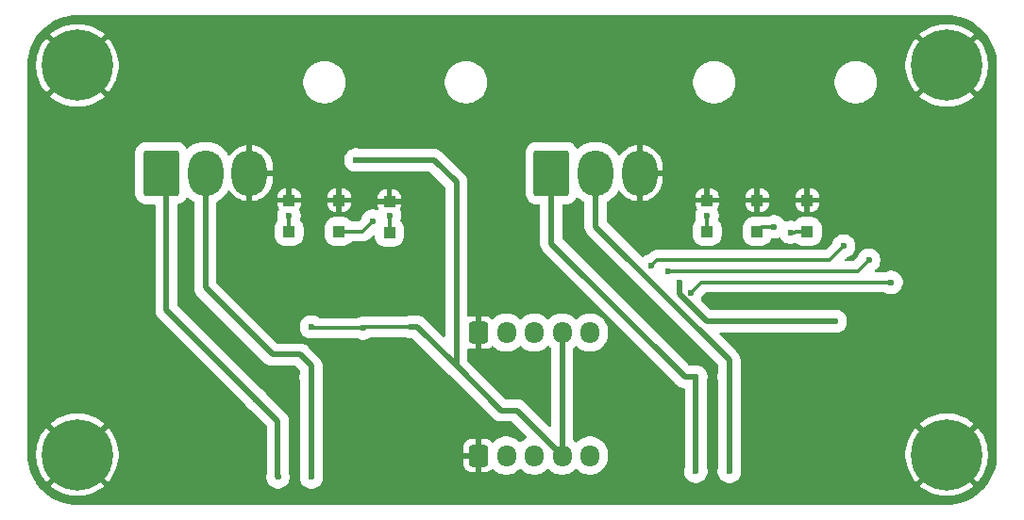
<source format=gbr>
%TF.GenerationSoftware,KiCad,Pcbnew,9.0.0*%
%TF.CreationDate,2025-03-17T17:37:44-07:00*%
%TF.ProjectId,Motor_reroute,4d6f746f-725f-4726-9572-6f7574652e6b,rev?*%
%TF.SameCoordinates,Original*%
%TF.FileFunction,Copper,L2,Bot*%
%TF.FilePolarity,Positive*%
%FSLAX46Y46*%
G04 Gerber Fmt 4.6, Leading zero omitted, Abs format (unit mm)*
G04 Created by KiCad (PCBNEW 9.0.0) date 2025-03-17 17:37:44*
%MOMM*%
%LPD*%
G01*
G04 APERTURE LIST*
G04 Aperture macros list*
%AMRoundRect*
0 Rectangle with rounded corners*
0 $1 Rounding radius*
0 $2 $3 $4 $5 $6 $7 $8 $9 X,Y pos of 4 corners*
0 Add a 4 corners polygon primitive as box body*
4,1,4,$2,$3,$4,$5,$6,$7,$8,$9,$2,$3,0*
0 Add four circle primitives for the rounded corners*
1,1,$1+$1,$2,$3*
1,1,$1+$1,$4,$5*
1,1,$1+$1,$6,$7*
1,1,$1+$1,$8,$9*
0 Add four rect primitives between the rounded corners*
20,1,$1+$1,$2,$3,$4,$5,0*
20,1,$1+$1,$4,$5,$6,$7,0*
20,1,$1+$1,$6,$7,$8,$9,0*
20,1,$1+$1,$8,$9,$2,$3,0*%
G04 Aperture macros list end*
%TA.AperFunction,ComponentPad*%
%ADD10C,3.600000*%
%TD*%
%TA.AperFunction,ConnectorPad*%
%ADD11C,6.400000*%
%TD*%
%TA.AperFunction,ComponentPad*%
%ADD12RoundRect,0.250000X-1.330000X-1.800000X1.330000X-1.800000X1.330000X1.800000X-1.330000X1.800000X0*%
%TD*%
%TA.AperFunction,ComponentPad*%
%ADD13O,3.160000X4.100000*%
%TD*%
%TA.AperFunction,ComponentPad*%
%ADD14RoundRect,0.250000X-0.600000X-0.725000X0.600000X-0.725000X0.600000X0.725000X-0.600000X0.725000X0*%
%TD*%
%TA.AperFunction,ComponentPad*%
%ADD15O,1.700000X1.950000*%
%TD*%
%TA.AperFunction,SMDPad,CuDef*%
%ADD16RoundRect,0.250000X0.300000X-0.300000X0.300000X0.300000X-0.300000X0.300000X-0.300000X-0.300000X0*%
%TD*%
%TA.AperFunction,ViaPad*%
%ADD17C,0.600000*%
%TD*%
%TA.AperFunction,Conductor*%
%ADD18C,0.500000*%
%TD*%
%TA.AperFunction,Conductor*%
%ADD19C,0.300000*%
%TD*%
G04 APERTURE END LIST*
D10*
%TO.P,H2,1,1*%
%TO.N,GND*%
X115000000Y-74000000D03*
D11*
X115000000Y-74000000D03*
%TD*%
D12*
%TO.P,J3,1,Pin_1*%
%TO.N,/Sin0*%
X44530000Y-48675000D03*
D13*
%TO.P,J3,2,Pin_2*%
%TO.N,/Cos0*%
X48490000Y-48675000D03*
%TO.P,J3,3,Pin_3*%
%TO.N,GND*%
X52450000Y-48675000D03*
%TD*%
D10*
%TO.P,H1,1,1*%
%TO.N,GND*%
X115000000Y-39000000D03*
D11*
X115000000Y-39000000D03*
%TD*%
D14*
%TO.P,J7,1,Pin_1*%
%TO.N,GND*%
X72990000Y-63020000D03*
D15*
%TO.P,J7,2,Pin_2*%
%TO.N,/SEA_I0*%
X75490000Y-63020000D03*
%TO.P,J7,3,Pin_3*%
%TO.N,/SEA_A0*%
X77990000Y-63020000D03*
%TO.P,J7,4,Pin_4*%
%TO.N,+5V*%
X80490000Y-63020000D03*
%TO.P,J7,5,Pin_5*%
%TO.N,/SEA_B0*%
X82990000Y-63020000D03*
%TD*%
D14*
%TO.P,J8,1,Pin_1*%
%TO.N,GND*%
X72990000Y-74070000D03*
D15*
%TO.P,J8,2,Pin_2*%
%TO.N,/SEA_I1*%
X75490000Y-74070000D03*
%TO.P,J8,3,Pin_3*%
%TO.N,/SEA_A1*%
X77990000Y-74070000D03*
%TO.P,J8,4,Pin_4*%
%TO.N,+5V*%
X80490000Y-74070000D03*
%TO.P,J8,5,Pin_5*%
%TO.N,/SEA_B1*%
X82990000Y-74070000D03*
%TD*%
D10*
%TO.P,H3,1,1*%
%TO.N,GND*%
X37000000Y-74000000D03*
D11*
X37000000Y-74000000D03*
%TD*%
D12*
%TO.P,J11,1,Pin_1*%
%TO.N,/Sin1*%
X79530000Y-48675000D03*
D13*
%TO.P,J11,2,Pin_2*%
%TO.N,/Cos1*%
X83490000Y-48675000D03*
%TO.P,J11,3,Pin_3*%
%TO.N,GND*%
X87450000Y-48675000D03*
%TD*%
D10*
%TO.P,H4,1,1*%
%TO.N,GND*%
X37000000Y-39000000D03*
D11*
X37000000Y-39000000D03*
%TD*%
D16*
%TO.P,D1,1,A1*%
%TO.N,/C_A0*%
X55990000Y-53920000D03*
%TO.P,D1,2,A2*%
%TO.N,GND*%
X55990000Y-51120000D03*
%TD*%
%TO.P,D2,1,A1*%
%TO.N,/C_B0*%
X60490000Y-53920000D03*
%TO.P,D2,2,A2*%
%TO.N,GND*%
X60490000Y-51120000D03*
%TD*%
%TO.P,D3,1,A1*%
%TO.N,/C_I0*%
X64990000Y-54020000D03*
%TO.P,D3,2,A2*%
%TO.N,GND*%
X64990000Y-51220000D03*
%TD*%
%TO.P,D5,1,A1*%
%TO.N,/C_B1*%
X97990000Y-53920000D03*
%TO.P,D5,2,A2*%
%TO.N,GND*%
X97990000Y-51120000D03*
%TD*%
%TO.P,D4,1,A1*%
%TO.N,/C_A1*%
X93490000Y-53920000D03*
%TO.P,D4,2,A2*%
%TO.N,GND*%
X93490000Y-51120000D03*
%TD*%
%TO.P,D6,1,A1*%
%TO.N,/C_I1*%
X102490000Y-53920000D03*
%TO.P,D6,2,A2*%
%TO.N,GND*%
X102490000Y-51120000D03*
%TD*%
D17*
%TO.N,GND*%
X100000000Y-40000000D03*
X65000000Y-45000000D03*
X40000000Y-70000000D03*
X35000000Y-45000000D03*
X40000000Y-55000000D03*
X110000000Y-75000000D03*
X35000000Y-50000000D03*
X45000000Y-70000000D03*
X105000000Y-75000000D03*
X95000000Y-45000000D03*
X115000000Y-55000000D03*
X45000000Y-75000000D03*
X91500000Y-64000000D03*
X56500000Y-76000000D03*
X94000000Y-75500000D03*
X90000000Y-75000000D03*
X70000000Y-45000000D03*
X100000000Y-55000000D03*
X45000000Y-45000000D03*
X100000000Y-64000000D03*
X62500000Y-64500000D03*
X110000000Y-45000000D03*
X85000000Y-70000000D03*
X100000000Y-45000000D03*
X40000000Y-45000000D03*
X94000000Y-66500000D03*
X90000000Y-45000000D03*
X56500000Y-67000000D03*
X75000000Y-50000000D03*
X40000000Y-65000000D03*
X48000000Y-61500000D03*
X115000000Y-45000000D03*
X70000000Y-70000000D03*
X61000000Y-76000000D03*
X115000000Y-65000000D03*
X90000000Y-70000000D03*
X85000000Y-45000000D03*
X45000000Y-40000000D03*
X65000000Y-40000000D03*
X95500000Y-54500000D03*
X58000000Y-58000000D03*
X62500000Y-58000000D03*
X50000000Y-45000000D03*
X50000000Y-40000000D03*
X35000000Y-55000000D03*
X110000000Y-50000000D03*
X40000000Y-60000000D03*
X115000000Y-50000000D03*
X115000000Y-60000000D03*
X50000000Y-70000000D03*
X62500000Y-56000000D03*
X105000000Y-45000000D03*
X50000000Y-75000000D03*
X60000000Y-45000000D03*
X52500000Y-65500000D03*
X75000000Y-45000000D03*
X35000000Y-60000000D03*
X98500000Y-75500000D03*
X80000000Y-40000000D03*
X110000000Y-70000000D03*
X85000000Y-40000000D03*
X54000000Y-61500000D03*
X35000000Y-65000000D03*
X58000000Y-56000000D03*
X61000000Y-67500000D03*
X80000000Y-45000000D03*
X98500000Y-67000000D03*
X40000000Y-50000000D03*
X110000000Y-65000000D03*
X45000000Y-65000000D03*
%TO.N,+5V*%
X62627500Y-62627500D03*
X91000000Y-58500000D03*
X67000000Y-62500000D03*
X96000000Y-62000000D03*
X62000000Y-47500000D03*
X105000000Y-62000000D03*
X100500000Y-62000000D03*
X58000000Y-62500000D03*
%TO.N,/C_A0*%
X56000000Y-52500000D03*
%TO.N,/C_B0*%
X63500000Y-53000000D03*
%TO.N,/C_I0*%
X65000000Y-52500000D03*
%TO.N,/C_A1*%
X93500000Y-52500000D03*
%TO.N,/C_B1*%
X99500000Y-53500000D03*
%TO.N,/C_I1*%
X101000000Y-54000000D03*
%TO.N,/Cos0*%
X58000000Y-76000000D03*
X57990000Y-67010000D03*
%TO.N,/Sin0*%
X55000000Y-76000000D03*
X53000000Y-69000000D03*
%TO.N,/SEA_I1*%
X88500000Y-57000000D03*
X105750000Y-55250000D03*
%TO.N,/SEA_A1*%
X108000000Y-56500000D03*
X90000000Y-57500000D03*
%TO.N,/SEA_B1*%
X92000000Y-59500000D03*
X110000000Y-58500000D03*
%TO.N,/Sin1*%
X92500000Y-67000000D03*
X92490000Y-75490000D03*
%TO.N,/Cos1*%
X95500000Y-67000000D03*
X95500000Y-75500000D03*
%TD*%
D18*
%TO.N,+5V*%
X69000000Y-47500000D02*
X71000000Y-49500000D01*
D19*
X67000000Y-62500000D02*
X62755000Y-62500000D01*
D18*
X75000000Y-70000000D02*
X76420000Y-70000000D01*
X62000000Y-47500000D02*
X69000000Y-47500000D01*
D19*
X62627500Y-62627500D02*
X58127500Y-62627500D01*
D18*
X91000000Y-59562075D02*
X93437925Y-62000000D01*
X71000000Y-66000000D02*
X75000000Y-70000000D01*
D19*
X62755000Y-62500000D02*
X62627500Y-62627500D01*
X58127500Y-62627500D02*
X58000000Y-62500000D01*
D18*
X93437925Y-62000000D02*
X105000000Y-62000000D01*
X71000000Y-66000000D02*
X67500000Y-62500000D01*
X67500000Y-62500000D02*
X67000000Y-62500000D01*
X71000000Y-49500000D02*
X71000000Y-66000000D01*
X76420000Y-70000000D02*
X80490000Y-74070000D01*
X80490000Y-63020000D02*
X80490000Y-74070000D01*
X91000000Y-58500000D02*
X91000000Y-59562075D01*
D19*
%TO.N,/C_A0*%
X56000000Y-53910000D02*
X55990000Y-53920000D01*
X56000000Y-52500000D02*
X56000000Y-53910000D01*
%TO.N,/C_B0*%
X62580000Y-53920000D02*
X60490000Y-53920000D01*
X63500000Y-53000000D02*
X62580000Y-53920000D01*
%TO.N,/C_I0*%
X65000000Y-52500000D02*
X65000000Y-54010000D01*
X65000000Y-54010000D02*
X64990000Y-54020000D01*
%TO.N,/C_A1*%
X93500000Y-53910000D02*
X93490000Y-53920000D01*
X93500000Y-52500000D02*
X93500000Y-53910000D01*
%TO.N,/C_B1*%
X99500000Y-53500000D02*
X98410000Y-53500000D01*
X98410000Y-53500000D02*
X97990000Y-53920000D01*
%TO.N,/C_I1*%
X101440000Y-53920000D02*
X102490000Y-53920000D01*
X101000000Y-54000000D02*
X101360000Y-54000000D01*
X101360000Y-54000000D02*
X101440000Y-53920000D01*
D18*
%TO.N,/Cos0*%
X57000000Y-65000000D02*
X58000000Y-66000000D01*
X54500000Y-65000000D02*
X57000000Y-65000000D01*
X57990000Y-75990000D02*
X58000000Y-76000000D01*
X48490000Y-48675000D02*
X48490000Y-58990000D01*
X48490000Y-58990000D02*
X54500000Y-65000000D01*
X57990000Y-66010000D02*
X57990000Y-67010000D01*
X57990000Y-67010000D02*
X57990000Y-75990000D01*
X58000000Y-66000000D02*
X57990000Y-66010000D01*
%TO.N,/Sin0*%
X45000000Y-61000000D02*
X45000000Y-49145000D01*
X53010000Y-68990000D02*
X52990000Y-68990000D01*
X54990000Y-75990000D02*
X55000000Y-76000000D01*
X45000000Y-49145000D02*
X44530000Y-48675000D01*
X52990000Y-68990000D02*
X45000000Y-61000000D01*
X54990000Y-70990000D02*
X54990000Y-75990000D01*
X53000000Y-69000000D02*
X54990000Y-70990000D01*
X53000000Y-69000000D02*
X53010000Y-68990000D01*
D19*
%TO.N,/SEA_I1*%
X104500000Y-56500000D02*
X105750000Y-55250000D01*
X89000000Y-56500000D02*
X104500000Y-56500000D01*
X88500000Y-57000000D02*
X89000000Y-56500000D01*
%TO.N,/SEA_A1*%
X107000000Y-57500000D02*
X108000000Y-56500000D01*
X90000000Y-57500000D02*
X107000000Y-57500000D01*
%TO.N,/SEA_B1*%
X92000000Y-59500000D02*
X93000000Y-58500000D01*
X93000000Y-58500000D02*
X110000000Y-58500000D01*
D18*
%TO.N,/Sin1*%
X91500000Y-67000000D02*
X92500000Y-67000000D01*
X79530000Y-48675000D02*
X79530000Y-55030000D01*
X92500000Y-67000000D02*
X92500000Y-75480000D01*
X92500000Y-75480000D02*
X92490000Y-75490000D01*
X79530000Y-55030000D02*
X91500000Y-67000000D01*
%TO.N,/Cos1*%
X83490000Y-53490000D02*
X83490000Y-48675000D01*
X95500000Y-67000000D02*
X95500000Y-65500000D01*
X95500000Y-67000000D02*
X95500000Y-75500000D01*
X95500000Y-65500000D02*
X83490000Y-53490000D01*
%TD*%
%TA.AperFunction,Conductor*%
%TO.N,GND*%
G36*
X73240000Y-64494999D02*
G01*
X73639972Y-64494999D01*
X73639986Y-64494998D01*
X73742697Y-64484505D01*
X73909119Y-64429358D01*
X73909124Y-64429356D01*
X74058345Y-64337315D01*
X74150925Y-64244736D01*
X74212248Y-64211251D01*
X74281940Y-64216235D01*
X74326287Y-64244736D01*
X74447345Y-64365794D01*
X74447350Y-64365798D01*
X74570152Y-64455018D01*
X74651155Y-64513870D01*
X74794184Y-64586747D01*
X74875616Y-64628239D01*
X74875618Y-64628239D01*
X74875621Y-64628241D01*
X75115215Y-64706090D01*
X75364038Y-64745500D01*
X75364039Y-64745500D01*
X75615961Y-64745500D01*
X75615962Y-64745500D01*
X75864785Y-64706090D01*
X76104379Y-64628241D01*
X76328845Y-64513870D01*
X76532656Y-64365793D01*
X76652319Y-64246130D01*
X76713642Y-64212645D01*
X76783334Y-64217629D01*
X76827681Y-64246130D01*
X76947345Y-64365794D01*
X76947350Y-64365798D01*
X77070152Y-64455018D01*
X77151155Y-64513870D01*
X77294184Y-64586747D01*
X77375616Y-64628239D01*
X77375618Y-64628239D01*
X77375621Y-64628241D01*
X77615215Y-64706090D01*
X77864038Y-64745500D01*
X77864039Y-64745500D01*
X78115961Y-64745500D01*
X78115962Y-64745500D01*
X78364785Y-64706090D01*
X78604379Y-64628241D01*
X78828845Y-64513870D01*
X79032656Y-64365793D01*
X79152319Y-64246130D01*
X79160186Y-64241833D01*
X79165551Y-64234647D01*
X79190380Y-64225346D01*
X79213642Y-64212645D01*
X79222584Y-64213284D01*
X79230982Y-64210139D01*
X79256893Y-64215738D01*
X79283334Y-64217629D01*
X79292314Y-64223392D01*
X79299275Y-64224896D01*
X79327267Y-64245821D01*
X79327559Y-64246008D01*
X79447344Y-64365793D01*
X79448574Y-64366687D01*
X79453059Y-64371159D01*
X79467637Y-64397770D01*
X79484225Y-64423180D01*
X79485206Y-64429838D01*
X79486629Y-64432435D01*
X79486293Y-64437214D01*
X79489500Y-64458962D01*
X79489500Y-71355218D01*
X79469815Y-71422257D01*
X79417011Y-71468012D01*
X79347853Y-71477956D01*
X79284297Y-71448931D01*
X79277819Y-71442899D01*
X77201479Y-69366559D01*
X77201459Y-69366537D01*
X77057785Y-69222863D01*
X77057781Y-69222860D01*
X76893920Y-69113371D01*
X76893911Y-69113366D01*
X76821315Y-69083296D01*
X76765165Y-69060038D01*
X76711836Y-69037949D01*
X76711832Y-69037948D01*
X76711828Y-69037946D01*
X76615188Y-69018724D01*
X76518544Y-68999500D01*
X76518541Y-68999500D01*
X75465783Y-68999500D01*
X75398744Y-68979815D01*
X75378102Y-68963181D01*
X72036819Y-65621898D01*
X72003334Y-65560575D01*
X72000500Y-65534217D01*
X72000500Y-64577756D01*
X72020185Y-64510717D01*
X72072989Y-64464962D01*
X72142147Y-64455018D01*
X72163505Y-64460050D01*
X72237305Y-64484505D01*
X72237309Y-64484506D01*
X72340019Y-64494999D01*
X72739999Y-64494999D01*
X72740000Y-64494998D01*
X72740000Y-63424145D01*
X72806657Y-63462630D01*
X72927465Y-63495000D01*
X73052535Y-63495000D01*
X73173343Y-63462630D01*
X73240000Y-63424145D01*
X73240000Y-64494999D01*
G37*
%TD.AperFunction*%
%TA.AperFunction,Conductor*%
G36*
X115002702Y-34500617D02*
G01*
X115386771Y-34517386D01*
X115397506Y-34518326D01*
X115775971Y-34568152D01*
X115786597Y-34570025D01*
X116159284Y-34652648D01*
X116169710Y-34655442D01*
X116533765Y-34770227D01*
X116543911Y-34773920D01*
X116896578Y-34920000D01*
X116906369Y-34924566D01*
X117244942Y-35100816D01*
X117254310Y-35106224D01*
X117576244Y-35311318D01*
X117585105Y-35317523D01*
X117887930Y-35549889D01*
X117896217Y-35556843D01*
X118177635Y-35814715D01*
X118185284Y-35822364D01*
X118443156Y-36103782D01*
X118450110Y-36112069D01*
X118682476Y-36414894D01*
X118688681Y-36423755D01*
X118893775Y-36745689D01*
X118899183Y-36755057D01*
X119075430Y-37093623D01*
X119080002Y-37103427D01*
X119226075Y-37456078D01*
X119229775Y-37466244D01*
X119344554Y-37830278D01*
X119347354Y-37840727D01*
X119429971Y-38213389D01*
X119431849Y-38224042D01*
X119481671Y-38602473D01*
X119482614Y-38613249D01*
X119496119Y-38922574D01*
X119499382Y-38997297D01*
X119499500Y-39002706D01*
X119499500Y-73997293D01*
X119499382Y-74002702D01*
X119482614Y-74386750D01*
X119481671Y-74397526D01*
X119431849Y-74775957D01*
X119429971Y-74786610D01*
X119347354Y-75159272D01*
X119344554Y-75169721D01*
X119229775Y-75533755D01*
X119226075Y-75543921D01*
X119080002Y-75896572D01*
X119075430Y-75906376D01*
X118899183Y-76244942D01*
X118893775Y-76254310D01*
X118688681Y-76576244D01*
X118682476Y-76585105D01*
X118450110Y-76887930D01*
X118443156Y-76896217D01*
X118185284Y-77177635D01*
X118177635Y-77185284D01*
X117896217Y-77443156D01*
X117887930Y-77450110D01*
X117585105Y-77682476D01*
X117576244Y-77688681D01*
X117254310Y-77893775D01*
X117244942Y-77899183D01*
X116906376Y-78075430D01*
X116896572Y-78080002D01*
X116543921Y-78226075D01*
X116533755Y-78229775D01*
X116169721Y-78344554D01*
X116159272Y-78347354D01*
X115786610Y-78429971D01*
X115775957Y-78431849D01*
X115397526Y-78481671D01*
X115386750Y-78482614D01*
X115002703Y-78499382D01*
X114997294Y-78499500D01*
X37002706Y-78499500D01*
X36997297Y-78499382D01*
X36613249Y-78482614D01*
X36602473Y-78481671D01*
X36224042Y-78431849D01*
X36213389Y-78429971D01*
X35840727Y-78347354D01*
X35830278Y-78344554D01*
X35466244Y-78229775D01*
X35456078Y-78226075D01*
X35103427Y-78080002D01*
X35093623Y-78075430D01*
X34755057Y-77899183D01*
X34745689Y-77893775D01*
X34423755Y-77688681D01*
X34414894Y-77682476D01*
X34112069Y-77450110D01*
X34103782Y-77443156D01*
X33822364Y-77185284D01*
X33814715Y-77177635D01*
X33556843Y-76896217D01*
X33549889Y-76887930D01*
X33493921Y-76814991D01*
X33317523Y-76585105D01*
X33311318Y-76576244D01*
X33269199Y-76510131D01*
X33106223Y-76254309D01*
X33100816Y-76244942D01*
X32924566Y-75906369D01*
X32919997Y-75896572D01*
X32919982Y-75896535D01*
X32773920Y-75543911D01*
X32770224Y-75533755D01*
X32655442Y-75169710D01*
X32652648Y-75159284D01*
X32570025Y-74786597D01*
X32568152Y-74775971D01*
X32518326Y-74397506D01*
X32517386Y-74386771D01*
X32500618Y-74002702D01*
X32500500Y-73997293D01*
X32500500Y-73818234D01*
X33300000Y-73818234D01*
X33300000Y-74181765D01*
X33335632Y-74543556D01*
X33406550Y-74900090D01*
X33406553Y-74900101D01*
X33512086Y-75247997D01*
X33651207Y-75583864D01*
X33651209Y-75583869D01*
X33822570Y-75904462D01*
X33822581Y-75904480D01*
X34024551Y-76206750D01*
X34211678Y-76434765D01*
X34211679Y-76434766D01*
X35705747Y-74940697D01*
X35779588Y-75042330D01*
X35957670Y-75220412D01*
X36059301Y-75294251D01*
X34565232Y-76788319D01*
X34565233Y-76788320D01*
X34793249Y-76975448D01*
X35095519Y-77177418D01*
X35095537Y-77177429D01*
X35416130Y-77348790D01*
X35416135Y-77348792D01*
X35752002Y-77487913D01*
X36099898Y-77593446D01*
X36099909Y-77593449D01*
X36456443Y-77664367D01*
X36818234Y-77700000D01*
X37181766Y-77700000D01*
X37543556Y-77664367D01*
X37900090Y-77593449D01*
X37900101Y-77593446D01*
X38247997Y-77487913D01*
X38583864Y-77348792D01*
X38583869Y-77348790D01*
X38904462Y-77177429D01*
X38904480Y-77177418D01*
X39206736Y-76975457D01*
X39206750Y-76975447D01*
X39434765Y-76788320D01*
X39434766Y-76788319D01*
X37940698Y-75294251D01*
X38042330Y-75220412D01*
X38220412Y-75042330D01*
X38294251Y-74940698D01*
X39788319Y-76434766D01*
X39788320Y-76434765D01*
X39975447Y-76206750D01*
X39975457Y-76206736D01*
X40177418Y-75904480D01*
X40177429Y-75904462D01*
X40348790Y-75583869D01*
X40348792Y-75583864D01*
X40487913Y-75247997D01*
X40593446Y-74900101D01*
X40593449Y-74900090D01*
X40664367Y-74543556D01*
X40700000Y-74181765D01*
X40700000Y-73818234D01*
X40664367Y-73456443D01*
X40593449Y-73099909D01*
X40593446Y-73099898D01*
X40487913Y-72752002D01*
X40348792Y-72416135D01*
X40348790Y-72416130D01*
X40177429Y-72095537D01*
X40177418Y-72095519D01*
X39975448Y-71793249D01*
X39788320Y-71565233D01*
X39788319Y-71565232D01*
X38294251Y-73059300D01*
X38220412Y-72957670D01*
X38042330Y-72779588D01*
X37940698Y-72705748D01*
X39434766Y-71211679D01*
X39434765Y-71211678D01*
X39206750Y-71024551D01*
X38904480Y-70822581D01*
X38904462Y-70822570D01*
X38583869Y-70651209D01*
X38583864Y-70651207D01*
X38247997Y-70512086D01*
X37900101Y-70406553D01*
X37900090Y-70406550D01*
X37543556Y-70335632D01*
X37181766Y-70300000D01*
X36818234Y-70300000D01*
X36456443Y-70335632D01*
X36099909Y-70406550D01*
X36099898Y-70406553D01*
X35752002Y-70512086D01*
X35416135Y-70651207D01*
X35416130Y-70651209D01*
X35095537Y-70822570D01*
X35095519Y-70822581D01*
X34793258Y-71024545D01*
X34793254Y-71024548D01*
X34565233Y-71211679D01*
X34565233Y-71211680D01*
X36059301Y-72705748D01*
X35957670Y-72779588D01*
X35779588Y-72957670D01*
X35705748Y-73059301D01*
X34211680Y-71565233D01*
X34211679Y-71565233D01*
X34024548Y-71793254D01*
X34024545Y-71793258D01*
X33822581Y-72095519D01*
X33822570Y-72095537D01*
X33651209Y-72416130D01*
X33651207Y-72416135D01*
X33512086Y-72752002D01*
X33406553Y-73099898D01*
X33406550Y-73099909D01*
X33335632Y-73456443D01*
X33300000Y-73818234D01*
X32500500Y-73818234D01*
X32500500Y-46816966D01*
X42199500Y-46816966D01*
X42199500Y-50533028D01*
X42199501Y-50533034D01*
X42210113Y-50652415D01*
X42266089Y-50848045D01*
X42266090Y-50848048D01*
X42266091Y-50848049D01*
X42360302Y-51028407D01*
X42360304Y-51028409D01*
X42488890Y-51186109D01*
X42533635Y-51222593D01*
X42646593Y-51314698D01*
X42826951Y-51408909D01*
X43022582Y-51464886D01*
X43141963Y-51475500D01*
X43875500Y-51475499D01*
X43942539Y-51495183D01*
X43988294Y-51547987D01*
X43999500Y-51599499D01*
X43999500Y-61098541D01*
X44016504Y-61184023D01*
X44037949Y-61291836D01*
X44041553Y-61300536D01*
X44045524Y-61310123D01*
X44045525Y-61310127D01*
X44113364Y-61473907D01*
X44113371Y-61473920D01*
X44222859Y-61637780D01*
X44222860Y-61637781D01*
X44222861Y-61637782D01*
X44362218Y-61777139D01*
X44362219Y-61777139D01*
X44369286Y-61784206D01*
X44369285Y-61784206D01*
X44369289Y-61784209D01*
X52041988Y-69456909D01*
X52065750Y-69492469D01*
X52066192Y-69492233D01*
X52068586Y-69496712D01*
X52068865Y-69497130D01*
X52069057Y-69497594D01*
X52069063Y-69497605D01*
X52184022Y-69669655D01*
X52330342Y-69815975D01*
X52330345Y-69815977D01*
X52502402Y-69930941D01*
X52502857Y-69931129D01*
X52503270Y-69931405D01*
X52507776Y-69933814D01*
X52507538Y-69934257D01*
X52543092Y-69958012D01*
X53953181Y-71368101D01*
X53986666Y-71429424D01*
X53989500Y-71455782D01*
X53989500Y-75683229D01*
X53987117Y-75707420D01*
X53949500Y-75896531D01*
X53949500Y-76103469D01*
X53989868Y-76306412D01*
X53989870Y-76306420D01*
X54043032Y-76434765D01*
X54069059Y-76497598D01*
X54097724Y-76540499D01*
X54184024Y-76669657D01*
X54330342Y-76815975D01*
X54330345Y-76815977D01*
X54502402Y-76930941D01*
X54693580Y-77010130D01*
X54896530Y-77050499D01*
X54896534Y-77050500D01*
X54896535Y-77050500D01*
X55103466Y-77050500D01*
X55103467Y-77050499D01*
X55306420Y-77010130D01*
X55497598Y-76930941D01*
X55669655Y-76815977D01*
X55815977Y-76669655D01*
X55930941Y-76497598D01*
X56010130Y-76306420D01*
X56050500Y-76103465D01*
X56050500Y-75896535D01*
X56010130Y-75693580D01*
X55999938Y-75668974D01*
X55990500Y-75621523D01*
X55990500Y-70891456D01*
X55952052Y-70698170D01*
X55952051Y-70698169D01*
X55952051Y-70698165D01*
X55952049Y-70698160D01*
X55876635Y-70516092D01*
X55876628Y-70516079D01*
X55767139Y-70352218D01*
X55767136Y-70352214D01*
X55624686Y-70209764D01*
X55624655Y-70209735D01*
X53958012Y-68543092D01*
X53934257Y-68507538D01*
X53933814Y-68507776D01*
X53931405Y-68503270D01*
X53931129Y-68502857D01*
X53930941Y-68502402D01*
X53815977Y-68330345D01*
X53815975Y-68330342D01*
X53669655Y-68184022D01*
X53497605Y-68069063D01*
X53497594Y-68069057D01*
X53497130Y-68068865D01*
X53496712Y-68068586D01*
X53492233Y-68066192D01*
X53492469Y-68065750D01*
X53456909Y-68041988D01*
X46036819Y-60621898D01*
X46003334Y-60560575D01*
X46000500Y-60534217D01*
X46000500Y-51568945D01*
X46020185Y-51501906D01*
X46072989Y-51456151D01*
X46090383Y-51449730D01*
X46233049Y-51408909D01*
X46413407Y-51314698D01*
X46571109Y-51186109D01*
X46699698Y-51028407D01*
X46751176Y-50929856D01*
X46799660Y-50879552D01*
X46867648Y-50863444D01*
X46933551Y-50886650D01*
X46948764Y-50899589D01*
X46950092Y-50900917D01*
X46950099Y-50900923D01*
X47040122Y-50970000D01*
X47192466Y-51086897D01*
X47427502Y-51222595D01*
X47475716Y-51273160D01*
X47489500Y-51329980D01*
X47489500Y-59088541D01*
X47489500Y-59088543D01*
X47489499Y-59088543D01*
X47527947Y-59281829D01*
X47527950Y-59281839D01*
X47603364Y-59463907D01*
X47603371Y-59463920D01*
X47712859Y-59627780D01*
X47712860Y-59627781D01*
X47712861Y-59627782D01*
X47852218Y-59767139D01*
X47852219Y-59767139D01*
X47859286Y-59774206D01*
X47859285Y-59774206D01*
X47859289Y-59774209D01*
X53862215Y-65777137D01*
X53862219Y-65777140D01*
X54026079Y-65886628D01*
X54026088Y-65886633D01*
X54061884Y-65901460D01*
X54208165Y-65962052D01*
X54396428Y-65999500D01*
X54401455Y-66000500D01*
X54401458Y-66000501D01*
X54401460Y-66000501D01*
X54604655Y-66000501D01*
X54604675Y-66000500D01*
X56534218Y-66000500D01*
X56601257Y-66020185D01*
X56621899Y-66036819D01*
X56953181Y-66368101D01*
X56967884Y-66395028D01*
X56984477Y-66420847D01*
X56985368Y-66427047D01*
X56986666Y-66429424D01*
X56989500Y-66455782D01*
X56989500Y-66655666D01*
X56981157Y-66697607D01*
X56981638Y-66697753D01*
X56980159Y-66702628D01*
X56980062Y-66703116D01*
X56979871Y-66703576D01*
X56979868Y-66703587D01*
X56939500Y-66906530D01*
X56939500Y-67113469D01*
X56979868Y-67316413D01*
X56979871Y-67316424D01*
X56980059Y-67316877D01*
X56980154Y-67317357D01*
X56981639Y-67322251D01*
X56981157Y-67322397D01*
X56989500Y-67364334D01*
X56989500Y-75683229D01*
X56987117Y-75707420D01*
X56949500Y-75896531D01*
X56949500Y-76103469D01*
X56989868Y-76306412D01*
X56989870Y-76306420D01*
X57043032Y-76434765D01*
X57069059Y-76497598D01*
X57097724Y-76540499D01*
X57184024Y-76669657D01*
X57330342Y-76815975D01*
X57330345Y-76815977D01*
X57502402Y-76930941D01*
X57693580Y-77010130D01*
X57896530Y-77050499D01*
X57896534Y-77050500D01*
X57896535Y-77050500D01*
X58103466Y-77050500D01*
X58103467Y-77050499D01*
X58306420Y-77010130D01*
X58497598Y-76930941D01*
X58669655Y-76815977D01*
X58815977Y-76669655D01*
X58930941Y-76497598D01*
X59010130Y-76306420D01*
X59050500Y-76103465D01*
X59050500Y-75896535D01*
X59010130Y-75693580D01*
X58999938Y-75668974D01*
X58990500Y-75621523D01*
X58990500Y-67364334D01*
X58998842Y-67322397D01*
X58998361Y-67322251D01*
X58999845Y-67317357D01*
X58999941Y-67316877D01*
X59000128Y-67316424D01*
X59000130Y-67316420D01*
X59040500Y-67113465D01*
X59040500Y-66906535D01*
X59000130Y-66703580D01*
X58999938Y-66703116D01*
X58999840Y-66702628D01*
X58998362Y-66697753D01*
X58998842Y-66697607D01*
X58990500Y-66655666D01*
X58990500Y-66161030D01*
X58992883Y-66136837D01*
X59000501Y-66098541D01*
X59000501Y-65901457D01*
X59000500Y-65901455D01*
X58997552Y-65886633D01*
X58962052Y-65708165D01*
X58886632Y-65526086D01*
X58886631Y-65526085D01*
X58886628Y-65526079D01*
X58777140Y-65362219D01*
X58777137Y-65362215D01*
X57784209Y-64369289D01*
X57784206Y-64369285D01*
X57784206Y-64369286D01*
X57777139Y-64362219D01*
X57777139Y-64362218D01*
X57637782Y-64222861D01*
X57637781Y-64222860D01*
X57637780Y-64222859D01*
X57473920Y-64113371D01*
X57473911Y-64113366D01*
X57401315Y-64083296D01*
X57345165Y-64060038D01*
X57291836Y-64037949D01*
X57291832Y-64037948D01*
X57291828Y-64037946D01*
X57195188Y-64018724D01*
X57098544Y-63999500D01*
X57098541Y-63999500D01*
X54965783Y-63999500D01*
X54898744Y-63979815D01*
X54878102Y-63963181D01*
X53311451Y-62396530D01*
X56949500Y-62396530D01*
X56949500Y-62603469D01*
X56989868Y-62806412D01*
X56989870Y-62806420D01*
X57041448Y-62930941D01*
X57069059Y-62997598D01*
X57087524Y-63025233D01*
X57184024Y-63169657D01*
X57330342Y-63315975D01*
X57330345Y-63315977D01*
X57502402Y-63430941D01*
X57693580Y-63510130D01*
X57869744Y-63545171D01*
X57896530Y-63550499D01*
X57896534Y-63550500D01*
X57896535Y-63550500D01*
X58103466Y-63550500D01*
X58103466Y-63550499D01*
X58204601Y-63530382D01*
X58228792Y-63528000D01*
X62046729Y-63528000D01*
X62113768Y-63547685D01*
X62115591Y-63548879D01*
X62129902Y-63558441D01*
X62321080Y-63637630D01*
X62524030Y-63677999D01*
X62524034Y-63678000D01*
X62524035Y-63678000D01*
X62730966Y-63678000D01*
X62730967Y-63677999D01*
X62933920Y-63637630D01*
X63125098Y-63558441D01*
X63297155Y-63443477D01*
X63297158Y-63443474D01*
X63303814Y-63436819D01*
X63365137Y-63403334D01*
X63391495Y-63400500D01*
X66419229Y-63400500D01*
X66486268Y-63420185D01*
X66488091Y-63421379D01*
X66502402Y-63430941D01*
X66693580Y-63510130D01*
X66869744Y-63545171D01*
X66896530Y-63550499D01*
X66896534Y-63550500D01*
X67084218Y-63550500D01*
X67151257Y-63570185D01*
X67171899Y-63586819D01*
X70222860Y-66637781D01*
X70369283Y-66784204D01*
X70369288Y-66784208D01*
X74222860Y-70637781D01*
X74222861Y-70637782D01*
X74362218Y-70777139D01*
X74362219Y-70777140D01*
X74526079Y-70886628D01*
X74526092Y-70886635D01*
X74654833Y-70939961D01*
X74697744Y-70957735D01*
X74708164Y-70962051D01*
X74804812Y-70981275D01*
X74853135Y-70990887D01*
X74901458Y-71000500D01*
X74901459Y-71000500D01*
X74901460Y-71000500D01*
X75098540Y-71000500D01*
X75954218Y-71000500D01*
X76021257Y-71020185D01*
X76041899Y-71036819D01*
X77315366Y-72310286D01*
X77348851Y-72371609D01*
X77343867Y-72441301D01*
X77301995Y-72497234D01*
X77283980Y-72508452D01*
X77151151Y-72576132D01*
X76947350Y-72724201D01*
X76947345Y-72724205D01*
X76827681Y-72843870D01*
X76766358Y-72877355D01*
X76696666Y-72872371D01*
X76652319Y-72843870D01*
X76532654Y-72724205D01*
X76532649Y-72724201D01*
X76328848Y-72576132D01*
X76328847Y-72576131D01*
X76328845Y-72576130D01*
X76258747Y-72540413D01*
X76104383Y-72461760D01*
X75864785Y-72383910D01*
X75787120Y-72371609D01*
X75615962Y-72344500D01*
X75364038Y-72344500D01*
X75239626Y-72364205D01*
X75115214Y-72383910D01*
X74875616Y-72461760D01*
X74651151Y-72576132D01*
X74447351Y-72724200D01*
X74326286Y-72845264D01*
X74264962Y-72878748D01*
X74195271Y-72873763D01*
X74150924Y-72845263D01*
X74058345Y-72752684D01*
X73909124Y-72660643D01*
X73909119Y-72660641D01*
X73742697Y-72605494D01*
X73742690Y-72605493D01*
X73639986Y-72595000D01*
X73240000Y-72595000D01*
X73240000Y-73665854D01*
X73173343Y-73627370D01*
X73052535Y-73595000D01*
X72927465Y-73595000D01*
X72806657Y-73627370D01*
X72740000Y-73665854D01*
X72740000Y-72595000D01*
X72340028Y-72595000D01*
X72340012Y-72595001D01*
X72237302Y-72605494D01*
X72070880Y-72660641D01*
X72070875Y-72660643D01*
X71921654Y-72752684D01*
X71797684Y-72876654D01*
X71705643Y-73025875D01*
X71705641Y-73025880D01*
X71650494Y-73192302D01*
X71650493Y-73192309D01*
X71640000Y-73295013D01*
X71640000Y-73820000D01*
X72585854Y-73820000D01*
X72547370Y-73886657D01*
X72515000Y-74007465D01*
X72515000Y-74132535D01*
X72547370Y-74253343D01*
X72585854Y-74320000D01*
X71640001Y-74320000D01*
X71640001Y-74844986D01*
X71650494Y-74947697D01*
X71705641Y-75114119D01*
X71705643Y-75114124D01*
X71797684Y-75263345D01*
X71921654Y-75387315D01*
X72070875Y-75479356D01*
X72070880Y-75479358D01*
X72237302Y-75534505D01*
X72237309Y-75534506D01*
X72340019Y-75544999D01*
X72739999Y-75544999D01*
X72740000Y-75544998D01*
X72740000Y-74474145D01*
X72806657Y-74512630D01*
X72927465Y-74545000D01*
X73052535Y-74545000D01*
X73173343Y-74512630D01*
X73240000Y-74474145D01*
X73240000Y-75544999D01*
X73639972Y-75544999D01*
X73639986Y-75544998D01*
X73742697Y-75534505D01*
X73909119Y-75479358D01*
X73909124Y-75479356D01*
X74058345Y-75387315D01*
X74150925Y-75294736D01*
X74212248Y-75261251D01*
X74281940Y-75266235D01*
X74326287Y-75294736D01*
X74447345Y-75415794D01*
X74447350Y-75415798D01*
X74609705Y-75533755D01*
X74651155Y-75563870D01*
X74728867Y-75603466D01*
X74875616Y-75678239D01*
X74875618Y-75678239D01*
X74875621Y-75678241D01*
X75115215Y-75756090D01*
X75364038Y-75795500D01*
X75364039Y-75795500D01*
X75615961Y-75795500D01*
X75615962Y-75795500D01*
X75864785Y-75756090D01*
X76104379Y-75678241D01*
X76328845Y-75563870D01*
X76532656Y-75415793D01*
X76652319Y-75296130D01*
X76713642Y-75262645D01*
X76783334Y-75267629D01*
X76827681Y-75296130D01*
X76947345Y-75415794D01*
X76947350Y-75415798D01*
X77109705Y-75533755D01*
X77151155Y-75563870D01*
X77228867Y-75603466D01*
X77375616Y-75678239D01*
X77375618Y-75678239D01*
X77375621Y-75678241D01*
X77615215Y-75756090D01*
X77864038Y-75795500D01*
X77864039Y-75795500D01*
X78115961Y-75795500D01*
X78115962Y-75795500D01*
X78364785Y-75756090D01*
X78604379Y-75678241D01*
X78828845Y-75563870D01*
X79032656Y-75415793D01*
X79152319Y-75296130D01*
X79213642Y-75262645D01*
X79283334Y-75267629D01*
X79327681Y-75296130D01*
X79447345Y-75415794D01*
X79447350Y-75415798D01*
X79609705Y-75533755D01*
X79651155Y-75563870D01*
X79728867Y-75603466D01*
X79875616Y-75678239D01*
X79875618Y-75678239D01*
X79875621Y-75678241D01*
X80115215Y-75756090D01*
X80364038Y-75795500D01*
X80364039Y-75795500D01*
X80615961Y-75795500D01*
X80615962Y-75795500D01*
X80864785Y-75756090D01*
X81104379Y-75678241D01*
X81328845Y-75563870D01*
X81532656Y-75415793D01*
X81652319Y-75296130D01*
X81713642Y-75262645D01*
X81783334Y-75267629D01*
X81827681Y-75296130D01*
X81947345Y-75415794D01*
X81947350Y-75415798D01*
X82109705Y-75533755D01*
X82151155Y-75563870D01*
X82228867Y-75603466D01*
X82375616Y-75678239D01*
X82375618Y-75678239D01*
X82375621Y-75678241D01*
X82615215Y-75756090D01*
X82864038Y-75795500D01*
X82864039Y-75795500D01*
X83115961Y-75795500D01*
X83115962Y-75795500D01*
X83364785Y-75756090D01*
X83604379Y-75678241D01*
X83828845Y-75563870D01*
X84032656Y-75415793D01*
X84210793Y-75237656D01*
X84358870Y-75033845D01*
X84473241Y-74809379D01*
X84551090Y-74569785D01*
X84590500Y-74320962D01*
X84590500Y-73819038D01*
X84551090Y-73570215D01*
X84473241Y-73330621D01*
X84473239Y-73330618D01*
X84473239Y-73330616D01*
X84431747Y-73249184D01*
X84358870Y-73106155D01*
X84300547Y-73025880D01*
X84210798Y-72902350D01*
X84210794Y-72902345D01*
X84032654Y-72724205D01*
X84032649Y-72724201D01*
X83828848Y-72576132D01*
X83828847Y-72576131D01*
X83828845Y-72576130D01*
X83758747Y-72540413D01*
X83604383Y-72461760D01*
X83364785Y-72383910D01*
X83287120Y-72371609D01*
X83115962Y-72344500D01*
X82864038Y-72344500D01*
X82739626Y-72364205D01*
X82615214Y-72383910D01*
X82375616Y-72461760D01*
X82151151Y-72576132D01*
X81947351Y-72724200D01*
X81827681Y-72843870D01*
X81819812Y-72848166D01*
X81814449Y-72855352D01*
X81789621Y-72864651D01*
X81766358Y-72877354D01*
X81757415Y-72876714D01*
X81749018Y-72879860D01*
X81723106Y-72874260D01*
X81696666Y-72872370D01*
X81687685Y-72866606D01*
X81680725Y-72865103D01*
X81652732Y-72844177D01*
X81652441Y-72843991D01*
X81652081Y-72843632D01*
X81532656Y-72724207D01*
X81531428Y-72723315D01*
X81526941Y-72718840D01*
X81512361Y-72692228D01*
X81495774Y-72666815D01*
X81494792Y-72660159D01*
X81493371Y-72657564D01*
X81493706Y-72652786D01*
X81490500Y-72631037D01*
X81490500Y-64458962D01*
X81510185Y-64391923D01*
X81529623Y-64369650D01*
X81529211Y-64369238D01*
X81652319Y-64246130D01*
X81713642Y-64212645D01*
X81783334Y-64217629D01*
X81827681Y-64246130D01*
X81947345Y-64365794D01*
X81947350Y-64365798D01*
X82070152Y-64455018D01*
X82151155Y-64513870D01*
X82294184Y-64586747D01*
X82375616Y-64628239D01*
X82375618Y-64628239D01*
X82375621Y-64628241D01*
X82615215Y-64706090D01*
X82864038Y-64745500D01*
X82864039Y-64745500D01*
X83115961Y-64745500D01*
X83115962Y-64745500D01*
X83364785Y-64706090D01*
X83604379Y-64628241D01*
X83828845Y-64513870D01*
X84032656Y-64365793D01*
X84210793Y-64187656D01*
X84358870Y-63983845D01*
X84473241Y-63759379D01*
X84551090Y-63519785D01*
X84590500Y-63270962D01*
X84590500Y-62769038D01*
X84551090Y-62520215D01*
X84473241Y-62280621D01*
X84473239Y-62280618D01*
X84473239Y-62280616D01*
X84428891Y-62193579D01*
X84358870Y-62056155D01*
X84240000Y-61892544D01*
X84210798Y-61852350D01*
X84210794Y-61852345D01*
X84032654Y-61674205D01*
X84032649Y-61674201D01*
X83828848Y-61526132D01*
X83828847Y-61526131D01*
X83828845Y-61526130D01*
X83757677Y-61489868D01*
X83604383Y-61411760D01*
X83364785Y-61333910D01*
X83214626Y-61310127D01*
X83115962Y-61294500D01*
X82864038Y-61294500D01*
X82765374Y-61310127D01*
X82615214Y-61333910D01*
X82375616Y-61411760D01*
X82151151Y-61526132D01*
X81947350Y-61674201D01*
X81947345Y-61674205D01*
X81827681Y-61793870D01*
X81766358Y-61827355D01*
X81696666Y-61822371D01*
X81652319Y-61793870D01*
X81532654Y-61674205D01*
X81532649Y-61674201D01*
X81328848Y-61526132D01*
X81328847Y-61526131D01*
X81328845Y-61526130D01*
X81257677Y-61489868D01*
X81104383Y-61411760D01*
X80864785Y-61333910D01*
X80714626Y-61310127D01*
X80615962Y-61294500D01*
X80364038Y-61294500D01*
X80265374Y-61310127D01*
X80115214Y-61333910D01*
X79875616Y-61411760D01*
X79651151Y-61526132D01*
X79447350Y-61674201D01*
X79447345Y-61674205D01*
X79327681Y-61793870D01*
X79266358Y-61827355D01*
X79196666Y-61822371D01*
X79152319Y-61793870D01*
X79032654Y-61674205D01*
X79032649Y-61674201D01*
X78828848Y-61526132D01*
X78828847Y-61526131D01*
X78828845Y-61526130D01*
X78757677Y-61489868D01*
X78604383Y-61411760D01*
X78364785Y-61333910D01*
X78214626Y-61310127D01*
X78115962Y-61294500D01*
X77864038Y-61294500D01*
X77765374Y-61310127D01*
X77615214Y-61333910D01*
X77375616Y-61411760D01*
X77151151Y-61526132D01*
X76947350Y-61674201D01*
X76947345Y-61674205D01*
X76827681Y-61793870D01*
X76766358Y-61827355D01*
X76696666Y-61822371D01*
X76652319Y-61793870D01*
X76532654Y-61674205D01*
X76532649Y-61674201D01*
X76328848Y-61526132D01*
X76328847Y-61526131D01*
X76328845Y-61526130D01*
X76257677Y-61489868D01*
X76104383Y-61411760D01*
X75864785Y-61333910D01*
X75714626Y-61310127D01*
X75615962Y-61294500D01*
X75364038Y-61294500D01*
X75265374Y-61310127D01*
X75115214Y-61333910D01*
X74875616Y-61411760D01*
X74651151Y-61526132D01*
X74447351Y-61674200D01*
X74326286Y-61795264D01*
X74264962Y-61828748D01*
X74195271Y-61823763D01*
X74150924Y-61795263D01*
X74058345Y-61702684D01*
X73909124Y-61610643D01*
X73909119Y-61610641D01*
X73742697Y-61555494D01*
X73742690Y-61555493D01*
X73639986Y-61545000D01*
X73240000Y-61545000D01*
X73240000Y-62615854D01*
X73173343Y-62577370D01*
X73052535Y-62545000D01*
X72927465Y-62545000D01*
X72806657Y-62577370D01*
X72740000Y-62615854D01*
X72740000Y-61545000D01*
X72340028Y-61545000D01*
X72340012Y-61545001D01*
X72237301Y-61555494D01*
X72163503Y-61579948D01*
X72093675Y-61582349D01*
X72033633Y-61546617D01*
X72002441Y-61484097D01*
X72000500Y-61462242D01*
X72000500Y-49401456D01*
X71962052Y-49208170D01*
X71962051Y-49208169D01*
X71962051Y-49208165D01*
X71962049Y-49208160D01*
X71886635Y-49026092D01*
X71886628Y-49026079D01*
X71777139Y-48862218D01*
X71777136Y-48862214D01*
X71634686Y-48719764D01*
X71634655Y-48719735D01*
X69781479Y-46866559D01*
X69781459Y-46866537D01*
X69731888Y-46816966D01*
X77199500Y-46816966D01*
X77199500Y-50533028D01*
X77199501Y-50533034D01*
X77210113Y-50652415D01*
X77266089Y-50848045D01*
X77266090Y-50848048D01*
X77266091Y-50848049D01*
X77360302Y-51028407D01*
X77360304Y-51028409D01*
X77488890Y-51186109D01*
X77533635Y-51222593D01*
X77646593Y-51314698D01*
X77826951Y-51408909D01*
X78022582Y-51464886D01*
X78141963Y-51475500D01*
X78405501Y-51475499D01*
X78472539Y-51495183D01*
X78518294Y-51547987D01*
X78529500Y-51599499D01*
X78529500Y-55128544D01*
X78554437Y-55253910D01*
X78567946Y-55321827D01*
X78567949Y-55321837D01*
X78643364Y-55503907D01*
X78643371Y-55503920D01*
X78752859Y-55667780D01*
X78752860Y-55667781D01*
X78752861Y-55667782D01*
X78892218Y-55807139D01*
X78892219Y-55807139D01*
X78899286Y-55814206D01*
X78899285Y-55814206D01*
X78899288Y-55814208D01*
X90722860Y-67637781D01*
X90722861Y-67637782D01*
X90862218Y-67777139D01*
X91026086Y-67886632D01*
X91132745Y-67930811D01*
X91208164Y-67962051D01*
X91278301Y-67976002D01*
X91399691Y-68000149D01*
X91461602Y-68032534D01*
X91496176Y-68093250D01*
X91499500Y-68121766D01*
X91499500Y-75111523D01*
X91490062Y-75158974D01*
X91479870Y-75183580D01*
X91479868Y-75183587D01*
X91439500Y-75386530D01*
X91439500Y-75593469D01*
X91479868Y-75796412D01*
X91479870Y-75796420D01*
X91525415Y-75906376D01*
X91559059Y-75987598D01*
X91616541Y-76073626D01*
X91674024Y-76159657D01*
X91820342Y-76305975D01*
X91820345Y-76305977D01*
X91992402Y-76420941D01*
X92183580Y-76500130D01*
X92386530Y-76540499D01*
X92386534Y-76540500D01*
X92386535Y-76540500D01*
X92593466Y-76540500D01*
X92593467Y-76540499D01*
X92796420Y-76500130D01*
X92987598Y-76420941D01*
X93159655Y-76305977D01*
X93305977Y-76159655D01*
X93420941Y-75987598D01*
X93500130Y-75796420D01*
X93540500Y-75593465D01*
X93540500Y-75386535D01*
X93502883Y-75197420D01*
X93500500Y-75173229D01*
X93500500Y-67354334D01*
X93508842Y-67312397D01*
X93508361Y-67312251D01*
X93509845Y-67307357D01*
X93509941Y-67306877D01*
X93510128Y-67306424D01*
X93510130Y-67306420D01*
X93550500Y-67103465D01*
X93550500Y-66896535D01*
X93510130Y-66693580D01*
X93430941Y-66502402D01*
X93315977Y-66330345D01*
X93315975Y-66330342D01*
X93169657Y-66184024D01*
X93041721Y-66098541D01*
X92997598Y-66069059D01*
X92879606Y-66020185D01*
X92806420Y-65989870D01*
X92806412Y-65989868D01*
X92603469Y-65949500D01*
X92603465Y-65949500D01*
X92396535Y-65949500D01*
X92396530Y-65949500D01*
X92193587Y-65989868D01*
X92193576Y-65989871D01*
X92193116Y-65990062D01*
X92192628Y-65990159D01*
X92187753Y-65991638D01*
X92187607Y-65991157D01*
X92184940Y-65991688D01*
X92180601Y-65994477D01*
X92145666Y-65999500D01*
X91965783Y-65999500D01*
X91898744Y-65979815D01*
X91878102Y-65963181D01*
X80566819Y-54651898D01*
X80533334Y-54590575D01*
X80530500Y-54564217D01*
X80530500Y-51599499D01*
X80550185Y-51532460D01*
X80602989Y-51486705D01*
X80654500Y-51475499D01*
X80918028Y-51475499D01*
X80918036Y-51475499D01*
X81037418Y-51464886D01*
X81233049Y-51408909D01*
X81413407Y-51314698D01*
X81571109Y-51186109D01*
X81699698Y-51028407D01*
X81751176Y-50929856D01*
X81799660Y-50879552D01*
X81867648Y-50863444D01*
X81933551Y-50886650D01*
X81948764Y-50899589D01*
X81950092Y-50900917D01*
X81950099Y-50900923D01*
X82040122Y-50970000D01*
X82192466Y-51086897D01*
X82427502Y-51222595D01*
X82475716Y-51273160D01*
X82489500Y-51329980D01*
X82489500Y-53588541D01*
X82489500Y-53588543D01*
X82489499Y-53588543D01*
X82527947Y-53781829D01*
X82527950Y-53781839D01*
X82603364Y-53963907D01*
X82603371Y-53963920D01*
X82712860Y-54127781D01*
X82712863Y-54127785D01*
X82856537Y-54271459D01*
X82856559Y-54271479D01*
X94463181Y-65878101D01*
X94496666Y-65939424D01*
X94499500Y-65965782D01*
X94499500Y-66645666D01*
X94491157Y-66687607D01*
X94491638Y-66687753D01*
X94490159Y-66692628D01*
X94490062Y-66693116D01*
X94489871Y-66693576D01*
X94489868Y-66693587D01*
X94449500Y-66896530D01*
X94449500Y-67103469D01*
X94489868Y-67306413D01*
X94489871Y-67306424D01*
X94490059Y-67306877D01*
X94490154Y-67307357D01*
X94491639Y-67312251D01*
X94491157Y-67312397D01*
X94499500Y-67354334D01*
X94499500Y-75145666D01*
X94491157Y-75187607D01*
X94491638Y-75187753D01*
X94490159Y-75192628D01*
X94490062Y-75193116D01*
X94489871Y-75193576D01*
X94489868Y-75193587D01*
X94449500Y-75396530D01*
X94449500Y-75603469D01*
X94489868Y-75806412D01*
X94489870Y-75806420D01*
X94569058Y-75997596D01*
X94684024Y-76169657D01*
X94830342Y-76315975D01*
X94830345Y-76315977D01*
X95002402Y-76430941D01*
X95193580Y-76510130D01*
X95396530Y-76550499D01*
X95396534Y-76550500D01*
X95396535Y-76550500D01*
X95603466Y-76550500D01*
X95603467Y-76550499D01*
X95806420Y-76510130D01*
X95997598Y-76430941D01*
X96169655Y-76315977D01*
X96315977Y-76169655D01*
X96430941Y-75997598D01*
X96510130Y-75806420D01*
X96550500Y-75603465D01*
X96550500Y-75396535D01*
X96510130Y-75193580D01*
X96509938Y-75193116D01*
X96509840Y-75192628D01*
X96508362Y-75187753D01*
X96508842Y-75187607D01*
X96500500Y-75145666D01*
X96500500Y-73818234D01*
X111300000Y-73818234D01*
X111300000Y-74181765D01*
X111335632Y-74543556D01*
X111406550Y-74900090D01*
X111406553Y-74900101D01*
X111512086Y-75247997D01*
X111651207Y-75583864D01*
X111651209Y-75583869D01*
X111822570Y-75904462D01*
X111822581Y-75904480D01*
X112024551Y-76206750D01*
X112211678Y-76434765D01*
X112211679Y-76434766D01*
X113705747Y-74940697D01*
X113779588Y-75042330D01*
X113957670Y-75220412D01*
X114059301Y-75294251D01*
X112565232Y-76788319D01*
X112565233Y-76788320D01*
X112793249Y-76975448D01*
X113095519Y-77177418D01*
X113095537Y-77177429D01*
X113416130Y-77348790D01*
X113416135Y-77348792D01*
X113752002Y-77487913D01*
X114099898Y-77593446D01*
X114099909Y-77593449D01*
X114456443Y-77664367D01*
X114818234Y-77700000D01*
X115181766Y-77700000D01*
X115543556Y-77664367D01*
X115900090Y-77593449D01*
X115900101Y-77593446D01*
X116247997Y-77487913D01*
X116583864Y-77348792D01*
X116583869Y-77348790D01*
X116904462Y-77177429D01*
X116904480Y-77177418D01*
X117206736Y-76975457D01*
X117206750Y-76975447D01*
X117434765Y-76788320D01*
X117434766Y-76788319D01*
X115940698Y-75294251D01*
X116042330Y-75220412D01*
X116220412Y-75042330D01*
X116294251Y-74940698D01*
X117788319Y-76434766D01*
X117788320Y-76434765D01*
X117975447Y-76206750D01*
X117975457Y-76206736D01*
X118177418Y-75904480D01*
X118177429Y-75904462D01*
X118348790Y-75583869D01*
X118348792Y-75583864D01*
X118487913Y-75247997D01*
X118593446Y-74900101D01*
X118593449Y-74900090D01*
X118664367Y-74543556D01*
X118700000Y-74181765D01*
X118700000Y-73818234D01*
X118664367Y-73456443D01*
X118593449Y-73099909D01*
X118593446Y-73099898D01*
X118487913Y-72752002D01*
X118348792Y-72416135D01*
X118348790Y-72416130D01*
X118177429Y-72095537D01*
X118177418Y-72095519D01*
X117975448Y-71793249D01*
X117788320Y-71565233D01*
X117788319Y-71565232D01*
X116294251Y-73059300D01*
X116220412Y-72957670D01*
X116042330Y-72779588D01*
X115940698Y-72705748D01*
X117434766Y-71211679D01*
X117434765Y-71211678D01*
X117206750Y-71024551D01*
X116904480Y-70822581D01*
X116904462Y-70822570D01*
X116583869Y-70651209D01*
X116583864Y-70651207D01*
X116247997Y-70512086D01*
X115900101Y-70406553D01*
X115900090Y-70406550D01*
X115543556Y-70335632D01*
X115181766Y-70300000D01*
X114818234Y-70300000D01*
X114456443Y-70335632D01*
X114099909Y-70406550D01*
X114099898Y-70406553D01*
X113752002Y-70512086D01*
X113416135Y-70651207D01*
X113416130Y-70651209D01*
X113095537Y-70822570D01*
X113095519Y-70822581D01*
X112793258Y-71024545D01*
X112793254Y-71024548D01*
X112565233Y-71211679D01*
X112565233Y-71211680D01*
X114059301Y-72705748D01*
X113957670Y-72779588D01*
X113779588Y-72957670D01*
X113705748Y-73059301D01*
X112211680Y-71565233D01*
X112211679Y-71565233D01*
X112024548Y-71793254D01*
X112024545Y-71793258D01*
X111822581Y-72095519D01*
X111822570Y-72095537D01*
X111651209Y-72416130D01*
X111651207Y-72416135D01*
X111512086Y-72752002D01*
X111406553Y-73099898D01*
X111406550Y-73099909D01*
X111335632Y-73456443D01*
X111300000Y-73818234D01*
X96500500Y-73818234D01*
X96500500Y-67354334D01*
X96508842Y-67312397D01*
X96508361Y-67312251D01*
X96509845Y-67307357D01*
X96509941Y-67306877D01*
X96510128Y-67306424D01*
X96510130Y-67306420D01*
X96550500Y-67103465D01*
X96550500Y-66896535D01*
X96510130Y-66693580D01*
X96509938Y-66693116D01*
X96509840Y-66692628D01*
X96508362Y-66687753D01*
X96508842Y-66687607D01*
X96500500Y-66645666D01*
X96500500Y-65401456D01*
X96489481Y-65346068D01*
X96478694Y-65291835D01*
X96462051Y-65208164D01*
X96426927Y-65123368D01*
X96386632Y-65026086D01*
X96386628Y-65026080D01*
X96277139Y-64862217D01*
X96134686Y-64719764D01*
X96134655Y-64719735D01*
X94627101Y-63212181D01*
X94593616Y-63150858D01*
X94598600Y-63081166D01*
X94640472Y-63025233D01*
X94705936Y-63000816D01*
X94714782Y-63000500D01*
X95645666Y-63000500D01*
X95687607Y-63008842D01*
X95687753Y-63008362D01*
X95692628Y-63009840D01*
X95693116Y-63009938D01*
X95693580Y-63010130D01*
X95896530Y-63050499D01*
X95896534Y-63050500D01*
X95896535Y-63050500D01*
X96103466Y-63050500D01*
X96103467Y-63050499D01*
X96306420Y-63010130D01*
X96306884Y-63009938D01*
X96307371Y-63009840D01*
X96312247Y-63008362D01*
X96312392Y-63008842D01*
X96354334Y-63000500D01*
X100145666Y-63000500D01*
X100187607Y-63008842D01*
X100187753Y-63008362D01*
X100192628Y-63009840D01*
X100193116Y-63009938D01*
X100193580Y-63010130D01*
X100396530Y-63050499D01*
X100396534Y-63050500D01*
X100396535Y-63050500D01*
X100603466Y-63050500D01*
X100603467Y-63050499D01*
X100806420Y-63010130D01*
X100806884Y-63009938D01*
X100807371Y-63009840D01*
X100812247Y-63008362D01*
X100812392Y-63008842D01*
X100854334Y-63000500D01*
X104645666Y-63000500D01*
X104687607Y-63008842D01*
X104687753Y-63008362D01*
X104692628Y-63009840D01*
X104693116Y-63009938D01*
X104693580Y-63010130D01*
X104896530Y-63050499D01*
X104896534Y-63050500D01*
X104896535Y-63050500D01*
X105103466Y-63050500D01*
X105103467Y-63050499D01*
X105306420Y-63010130D01*
X105497598Y-62930941D01*
X105669655Y-62815977D01*
X105815977Y-62669655D01*
X105930941Y-62497598D01*
X106010130Y-62306420D01*
X106050500Y-62103465D01*
X106050500Y-61896535D01*
X106010130Y-61693580D01*
X105930941Y-61502402D01*
X105815977Y-61330345D01*
X105815975Y-61330342D01*
X105669657Y-61184024D01*
X105583626Y-61126541D01*
X105497598Y-61069059D01*
X105306420Y-60989870D01*
X105306412Y-60989868D01*
X105103469Y-60949500D01*
X105103465Y-60949500D01*
X104896535Y-60949500D01*
X104896530Y-60949500D01*
X104693587Y-60989868D01*
X104693576Y-60989871D01*
X104693116Y-60990062D01*
X104692628Y-60990159D01*
X104687753Y-60991638D01*
X104687607Y-60991157D01*
X104645666Y-60999500D01*
X100854334Y-60999500D01*
X100812392Y-60991157D01*
X100812247Y-60991638D01*
X100807371Y-60990159D01*
X100806884Y-60990062D01*
X100806423Y-60989871D01*
X100806421Y-60989870D01*
X100806420Y-60989870D01*
X100806417Y-60989869D01*
X100806412Y-60989868D01*
X100603469Y-60949500D01*
X100603465Y-60949500D01*
X100396535Y-60949500D01*
X100396530Y-60949500D01*
X100193587Y-60989868D01*
X100193576Y-60989871D01*
X100193116Y-60990062D01*
X100192628Y-60990159D01*
X100187753Y-60991638D01*
X100187607Y-60991157D01*
X100145666Y-60999500D01*
X96354334Y-60999500D01*
X96312392Y-60991157D01*
X96312247Y-60991638D01*
X96307371Y-60990159D01*
X96306884Y-60990062D01*
X96306423Y-60989871D01*
X96306421Y-60989870D01*
X96306420Y-60989870D01*
X96306417Y-60989869D01*
X96306412Y-60989868D01*
X96103469Y-60949500D01*
X96103465Y-60949500D01*
X95896535Y-60949500D01*
X95896530Y-60949500D01*
X95693587Y-60989868D01*
X95693576Y-60989871D01*
X95693116Y-60990062D01*
X95692628Y-60990159D01*
X95687753Y-60991638D01*
X95687607Y-60991157D01*
X95645666Y-60999500D01*
X93903708Y-60999500D01*
X93836669Y-60979815D01*
X93816027Y-60963181D01*
X92965950Y-60113104D01*
X92957102Y-60096901D01*
X92944186Y-60083713D01*
X92940706Y-60066873D01*
X92932465Y-60051781D01*
X92933781Y-60033367D01*
X92930046Y-60015289D01*
X92937186Y-59985758D01*
X92937449Y-59982089D01*
X92937907Y-59980882D01*
X92938457Y-59979450D01*
X93010130Y-59806420D01*
X93015555Y-59779141D01*
X93019374Y-59769221D01*
X93034400Y-59749577D01*
X93045863Y-59727663D01*
X93047361Y-59726137D01*
X93336680Y-59436819D01*
X93398003Y-59403334D01*
X93424361Y-59400500D01*
X109419229Y-59400500D01*
X109486268Y-59420185D01*
X109488091Y-59421379D01*
X109502402Y-59430941D01*
X109693580Y-59510130D01*
X109896530Y-59550499D01*
X109896534Y-59550500D01*
X109896535Y-59550500D01*
X110103466Y-59550500D01*
X110103467Y-59550499D01*
X110306420Y-59510130D01*
X110497598Y-59430941D01*
X110669655Y-59315977D01*
X110815977Y-59169655D01*
X110930941Y-58997598D01*
X111010130Y-58806420D01*
X111050500Y-58603465D01*
X111050500Y-58396535D01*
X111010130Y-58193580D01*
X110930941Y-58002402D01*
X110815977Y-57830345D01*
X110815975Y-57830342D01*
X110669657Y-57684024D01*
X110543156Y-57599500D01*
X110497598Y-57569059D01*
X110497593Y-57569057D01*
X110306420Y-57489870D01*
X110306412Y-57489868D01*
X110103469Y-57449500D01*
X110103465Y-57449500D01*
X109896535Y-57449500D01*
X109896530Y-57449500D01*
X109693587Y-57489868D01*
X109693579Y-57489870D01*
X109502405Y-57569057D01*
X109502402Y-57569058D01*
X109502402Y-57569059D01*
X109488117Y-57578603D01*
X109421441Y-57599480D01*
X109419229Y-57599500D01*
X108654106Y-57599500D01*
X108587067Y-57579815D01*
X108541312Y-57527011D01*
X108531368Y-57457853D01*
X108560393Y-57394297D01*
X108585216Y-57372398D01*
X108649140Y-57329684D01*
X108669655Y-57315977D01*
X108815977Y-57169655D01*
X108930941Y-56997598D01*
X109010130Y-56806420D01*
X109050500Y-56603465D01*
X109050500Y-56396535D01*
X109010130Y-56193580D01*
X108930941Y-56002402D01*
X108815977Y-55830345D01*
X108815975Y-55830342D01*
X108669657Y-55684024D01*
X108538915Y-55596666D01*
X108497598Y-55569059D01*
X108483407Y-55563181D01*
X108306420Y-55489870D01*
X108306412Y-55489868D01*
X108103469Y-55449500D01*
X108103465Y-55449500D01*
X107896535Y-55449500D01*
X107896530Y-55449500D01*
X107693587Y-55489868D01*
X107693579Y-55489870D01*
X107502403Y-55569058D01*
X107330342Y-55684024D01*
X107184024Y-55830342D01*
X107069058Y-56002403D01*
X106989869Y-56193581D01*
X106989868Y-56193585D01*
X106986518Y-56210428D01*
X106954132Y-56272339D01*
X106952582Y-56273917D01*
X106663319Y-56563181D01*
X106601996Y-56596666D01*
X106575638Y-56599500D01*
X105973361Y-56599500D01*
X105952115Y-56593261D01*
X105930028Y-56591682D01*
X105919244Y-56583609D01*
X105906322Y-56579815D01*
X105891823Y-56563083D01*
X105874094Y-56549811D01*
X105869386Y-56537188D01*
X105860567Y-56527011D01*
X105857415Y-56505095D01*
X105849677Y-56484347D01*
X105852539Y-56471185D01*
X105850623Y-56457853D01*
X105859821Y-56437711D01*
X105864528Y-56416074D01*
X105877799Y-56398345D01*
X105879648Y-56394297D01*
X105885660Y-56387838D01*
X105976084Y-56297414D01*
X106037403Y-56263932D01*
X106039519Y-56263491D01*
X106056420Y-56260130D01*
X106247598Y-56180941D01*
X106419655Y-56065977D01*
X106565977Y-55919655D01*
X106680941Y-55747598D01*
X106760130Y-55556420D01*
X106800500Y-55353465D01*
X106800500Y-55146535D01*
X106760130Y-54943580D01*
X106680941Y-54752402D01*
X106565977Y-54580345D01*
X106565975Y-54580342D01*
X106419657Y-54434024D01*
X106330428Y-54374404D01*
X106247598Y-54319059D01*
X106223166Y-54308939D01*
X106056420Y-54239870D01*
X106056412Y-54239868D01*
X105853469Y-54199500D01*
X105853465Y-54199500D01*
X105646535Y-54199500D01*
X105646530Y-54199500D01*
X105443587Y-54239868D01*
X105443579Y-54239870D01*
X105252403Y-54319058D01*
X105080342Y-54434024D01*
X104934024Y-54580342D01*
X104819058Y-54752403D01*
X104739869Y-54943581D01*
X104739868Y-54943584D01*
X104736518Y-54960428D01*
X104704132Y-55022339D01*
X104702582Y-55023916D01*
X104163319Y-55563181D01*
X104101996Y-55596666D01*
X104075638Y-55599500D01*
X88911303Y-55599500D01*
X88737341Y-55634103D01*
X88737333Y-55634105D01*
X88641006Y-55674005D01*
X88641000Y-55674008D01*
X88634871Y-55676547D01*
X88573453Y-55701987D01*
X88505192Y-55747598D01*
X88500590Y-55750672D01*
X88500588Y-55750674D01*
X88425965Y-55800535D01*
X88273917Y-55952583D01*
X88212594Y-55986067D01*
X88210428Y-55986518D01*
X88193585Y-55989868D01*
X88193581Y-55989869D01*
X88002403Y-56069058D01*
X87830344Y-56184023D01*
X87802323Y-56212044D01*
X87740999Y-56245528D01*
X87671308Y-56240542D01*
X87626962Y-56212042D01*
X84976886Y-53561966D01*
X92189500Y-53561966D01*
X92189500Y-54278028D01*
X92189501Y-54278034D01*
X92200113Y-54397415D01*
X92256089Y-54593045D01*
X92256090Y-54593048D01*
X92256091Y-54593049D01*
X92350302Y-54773407D01*
X92384977Y-54815933D01*
X92478890Y-54931109D01*
X92560091Y-54997319D01*
X92636593Y-55059698D01*
X92816951Y-55153909D01*
X93012582Y-55209886D01*
X93131963Y-55220500D01*
X93848036Y-55220499D01*
X93967418Y-55209886D01*
X94163049Y-55153909D01*
X94343407Y-55059698D01*
X94501109Y-54931109D01*
X94629698Y-54773407D01*
X94723909Y-54593049D01*
X94779886Y-54397418D01*
X94790500Y-54278037D01*
X94790499Y-53561966D01*
X96689500Y-53561966D01*
X96689500Y-54278028D01*
X96689501Y-54278034D01*
X96700113Y-54397415D01*
X96756089Y-54593045D01*
X96756090Y-54593048D01*
X96756091Y-54593049D01*
X96850302Y-54773407D01*
X96884977Y-54815933D01*
X96978890Y-54931109D01*
X97060091Y-54997319D01*
X97136593Y-55059698D01*
X97316951Y-55153909D01*
X97512582Y-55209886D01*
X97631963Y-55220500D01*
X98348036Y-55220499D01*
X98467418Y-55209886D01*
X98663049Y-55153909D01*
X98843407Y-55059698D01*
X99001109Y-54931109D01*
X99129698Y-54773407D01*
X99217289Y-54605721D01*
X99265772Y-54555418D01*
X99333760Y-54539310D01*
X99351378Y-54541517D01*
X99396535Y-54550500D01*
X99603466Y-54550500D01*
X99603467Y-54550499D01*
X99806420Y-54510130D01*
X99924668Y-54461149D01*
X99994134Y-54453681D01*
X100056613Y-54484955D01*
X100075220Y-54506820D01*
X100184022Y-54669655D01*
X100330342Y-54815975D01*
X100330345Y-54815977D01*
X100502402Y-54930941D01*
X100693580Y-55010130D01*
X100896530Y-55050499D01*
X100896534Y-55050500D01*
X100896535Y-55050500D01*
X101103466Y-55050500D01*
X101103467Y-55050499D01*
X101306420Y-55010130D01*
X101416638Y-54964475D01*
X101486105Y-54957007D01*
X101542449Y-54982935D01*
X101636587Y-55059694D01*
X101636590Y-55059695D01*
X101636593Y-55059698D01*
X101816951Y-55153909D01*
X102012582Y-55209886D01*
X102131963Y-55220500D01*
X102848036Y-55220499D01*
X102967418Y-55209886D01*
X103163049Y-55153909D01*
X103343407Y-55059698D01*
X103501109Y-54931109D01*
X103629698Y-54773407D01*
X103723909Y-54593049D01*
X103779886Y-54397418D01*
X103790500Y-54278037D01*
X103790499Y-53561964D01*
X103779886Y-53442582D01*
X103723909Y-53246951D01*
X103629698Y-53066593D01*
X103567929Y-52990839D01*
X103501109Y-52908890D01*
X103343409Y-52780304D01*
X103343410Y-52780304D01*
X103343407Y-52780302D01*
X103163049Y-52686091D01*
X103163048Y-52686090D01*
X103163045Y-52686089D01*
X103045829Y-52652550D01*
X102967418Y-52630114D01*
X102967415Y-52630113D01*
X102967413Y-52630113D01*
X102901102Y-52624217D01*
X102848037Y-52619500D01*
X102848032Y-52619500D01*
X102131971Y-52619500D01*
X102131965Y-52619500D01*
X102131964Y-52619501D01*
X102120316Y-52620536D01*
X102012584Y-52630113D01*
X101816954Y-52686089D01*
X101802604Y-52693585D01*
X101636593Y-52780302D01*
X101636591Y-52780303D01*
X101636590Y-52780304D01*
X101478890Y-52908891D01*
X101444291Y-52951323D01*
X101386670Y-52990839D01*
X101316831Y-52992930D01*
X101312195Y-52991622D01*
X101306413Y-52989868D01*
X101103469Y-52949500D01*
X101103465Y-52949500D01*
X100896535Y-52949500D01*
X100896530Y-52949500D01*
X100693587Y-52989868D01*
X100693575Y-52989871D01*
X100575332Y-53038849D01*
X100505863Y-53046318D01*
X100443384Y-53015043D01*
X100424780Y-52993182D01*
X100315977Y-52830345D01*
X100315975Y-52830342D01*
X100169657Y-52684024D01*
X100069524Y-52617118D01*
X99997598Y-52569059D01*
X99997593Y-52569057D01*
X99806420Y-52489870D01*
X99806412Y-52489868D01*
X99603469Y-52449500D01*
X99603465Y-52449500D01*
X99396535Y-52449500D01*
X99396530Y-52449500D01*
X99193587Y-52489868D01*
X99193579Y-52489870D01*
X99002405Y-52569057D01*
X99002402Y-52569058D01*
X99002402Y-52569059D01*
X98988117Y-52578603D01*
X98921441Y-52599480D01*
X98919229Y-52599500D01*
X98498692Y-52599500D01*
X98321309Y-52599500D01*
X98262455Y-52611206D01*
X98232734Y-52617118D01*
X98208544Y-52619500D01*
X97631971Y-52619500D01*
X97631965Y-52619500D01*
X97631964Y-52619501D01*
X97620316Y-52620536D01*
X97512584Y-52630113D01*
X97316954Y-52686089D01*
X97302604Y-52693585D01*
X97136593Y-52780302D01*
X97136591Y-52780303D01*
X97136590Y-52780304D01*
X96978890Y-52908890D01*
X96850304Y-53066590D01*
X96756089Y-53246954D01*
X96700114Y-53442583D01*
X96700113Y-53442586D01*
X96689500Y-53561966D01*
X94790499Y-53561966D01*
X94790499Y-53561964D01*
X94779886Y-53442582D01*
X94723909Y-53246951D01*
X94629698Y-53066593D01*
X94525742Y-52939101D01*
X94498634Y-52874707D01*
X94507286Y-52813284D01*
X94510130Y-52806420D01*
X94550500Y-52603465D01*
X94550500Y-52396535D01*
X94510130Y-52193580D01*
X94430941Y-52002402D01*
X94413314Y-51976022D01*
X94392438Y-51909346D01*
X94410880Y-51842036D01*
X94474353Y-51739130D01*
X94474358Y-51739119D01*
X94529505Y-51572697D01*
X94529506Y-51572690D01*
X94539999Y-51469986D01*
X96940001Y-51469986D01*
X96950494Y-51572697D01*
X97005641Y-51739119D01*
X97005643Y-51739124D01*
X97097684Y-51888345D01*
X97221654Y-52012315D01*
X97370875Y-52104356D01*
X97370880Y-52104358D01*
X97537302Y-52159505D01*
X97537309Y-52159506D01*
X97640019Y-52169999D01*
X98240000Y-52169999D01*
X98339972Y-52169999D01*
X98339986Y-52169998D01*
X98442697Y-52159505D01*
X98609119Y-52104358D01*
X98609124Y-52104356D01*
X98758345Y-52012315D01*
X98882315Y-51888345D01*
X98974356Y-51739124D01*
X98974358Y-51739119D01*
X99029505Y-51572697D01*
X99029506Y-51572690D01*
X99039999Y-51469986D01*
X101440001Y-51469986D01*
X101450494Y-51572697D01*
X101505641Y-51739119D01*
X101505643Y-51739124D01*
X101597684Y-51888345D01*
X101721654Y-52012315D01*
X101870875Y-52104356D01*
X101870880Y-52104358D01*
X102037302Y-52159505D01*
X102037309Y-52159506D01*
X102140019Y-52169999D01*
X102740000Y-52169999D01*
X102839972Y-52169999D01*
X102839986Y-52169998D01*
X102942697Y-52159505D01*
X103109119Y-52104358D01*
X103109124Y-52104356D01*
X103258345Y-52012315D01*
X103382315Y-51888345D01*
X103474356Y-51739124D01*
X103474358Y-51739119D01*
X103529505Y-51572697D01*
X103529506Y-51572690D01*
X103539999Y-51469986D01*
X103540000Y-51469973D01*
X103540000Y-51370000D01*
X102740000Y-51370000D01*
X102740000Y-52169999D01*
X102140019Y-52169999D01*
X102240000Y-52169998D01*
X102240000Y-51370000D01*
X101440001Y-51370000D01*
X101440001Y-51469986D01*
X99039999Y-51469986D01*
X99040000Y-51469973D01*
X99040000Y-51370000D01*
X98240000Y-51370000D01*
X98240000Y-52169999D01*
X97640019Y-52169999D01*
X97740000Y-52169998D01*
X97740000Y-51370000D01*
X96940001Y-51370000D01*
X96940001Y-51469986D01*
X94539999Y-51469986D01*
X94540000Y-51469973D01*
X94540000Y-51370000D01*
X92440001Y-51370000D01*
X92440001Y-51469986D01*
X92450494Y-51572697D01*
X92505641Y-51739119D01*
X92505643Y-51739124D01*
X92578720Y-51857600D01*
X92597160Y-51924993D01*
X92576288Y-51991580D01*
X92569060Y-52002398D01*
X92569059Y-52002400D01*
X92489870Y-52193579D01*
X92489868Y-52193587D01*
X92449500Y-52396530D01*
X92449500Y-52603469D01*
X92489868Y-52806414D01*
X92490383Y-52808111D01*
X92490391Y-52809043D01*
X92491058Y-52812395D01*
X92490422Y-52812521D01*
X92491004Y-52877978D01*
X92467823Y-52922463D01*
X92350305Y-53066587D01*
X92256089Y-53246954D01*
X92200114Y-53442583D01*
X92200113Y-53442586D01*
X92189500Y-53561966D01*
X84976886Y-53561966D01*
X84526819Y-53111899D01*
X84493334Y-53050576D01*
X84490500Y-53024218D01*
X84490500Y-51329980D01*
X84510185Y-51262941D01*
X84552497Y-51222595D01*
X84787534Y-51086897D01*
X85029902Y-50900922D01*
X85245922Y-50684902D01*
X85431897Y-50442534D01*
X85507470Y-50311636D01*
X85558033Y-50263425D01*
X85626640Y-50250201D01*
X85691505Y-50276169D01*
X85713811Y-50300266D01*
X85714360Y-50299845D01*
X85882818Y-50519382D01*
X85882826Y-50519391D01*
X86075609Y-50712174D01*
X86075617Y-50712181D01*
X86291933Y-50878168D01*
X86528062Y-51014496D01*
X86528072Y-51014500D01*
X86779970Y-51118840D01*
X87043344Y-51189411D01*
X87200000Y-51210034D01*
X87200000Y-49491480D01*
X87202064Y-49492335D01*
X87366282Y-49525000D01*
X87533718Y-49525000D01*
X87697936Y-49492335D01*
X87700000Y-49491480D01*
X87700000Y-51210033D01*
X87856655Y-51189411D01*
X88120029Y-51118840D01*
X88371927Y-51014500D01*
X88371937Y-51014496D01*
X88608066Y-50878168D01*
X88749015Y-50770013D01*
X92440000Y-50770013D01*
X92440000Y-50870000D01*
X93240000Y-50870000D01*
X93740000Y-50870000D01*
X94539999Y-50870000D01*
X94539999Y-50770029D01*
X94539998Y-50770013D01*
X96940000Y-50770013D01*
X96940000Y-50870000D01*
X97740000Y-50870000D01*
X98240000Y-50870000D01*
X99039999Y-50870000D01*
X99039999Y-50770029D01*
X99039998Y-50770013D01*
X101440000Y-50770013D01*
X101440000Y-50870000D01*
X102240000Y-50870000D01*
X102740000Y-50870000D01*
X103539999Y-50870000D01*
X103539999Y-50770028D01*
X103539998Y-50770013D01*
X103529505Y-50667302D01*
X103474358Y-50500880D01*
X103474356Y-50500875D01*
X103382315Y-50351654D01*
X103258345Y-50227684D01*
X103109124Y-50135643D01*
X103109119Y-50135641D01*
X102942697Y-50080494D01*
X102942690Y-50080493D01*
X102839986Y-50070000D01*
X102740000Y-50070000D01*
X102740000Y-50870000D01*
X102240000Y-50870000D01*
X102240000Y-50069999D01*
X102140028Y-50070000D01*
X102140012Y-50070001D01*
X102037302Y-50080494D01*
X101870880Y-50135641D01*
X101870875Y-50135643D01*
X101721654Y-50227684D01*
X101597684Y-50351654D01*
X101505643Y-50500875D01*
X101505641Y-50500880D01*
X101450494Y-50667302D01*
X101450493Y-50667309D01*
X101440000Y-50770013D01*
X99039998Y-50770013D01*
X99039998Y-50770012D01*
X99029505Y-50667302D01*
X98974358Y-50500880D01*
X98974356Y-50500875D01*
X98882315Y-50351654D01*
X98758345Y-50227684D01*
X98609124Y-50135643D01*
X98609119Y-50135641D01*
X98442697Y-50080494D01*
X98442690Y-50080493D01*
X98339986Y-50070000D01*
X98240000Y-50070000D01*
X98240000Y-50870000D01*
X97740000Y-50870000D01*
X97740000Y-50069999D01*
X97640028Y-50070000D01*
X97640012Y-50070001D01*
X97537302Y-50080494D01*
X97370880Y-50135641D01*
X97370875Y-50135643D01*
X97221654Y-50227684D01*
X97097684Y-50351654D01*
X97005643Y-50500875D01*
X97005641Y-50500880D01*
X96950494Y-50667302D01*
X96950493Y-50667309D01*
X96940000Y-50770013D01*
X94539998Y-50770013D01*
X94539998Y-50770012D01*
X94529505Y-50667302D01*
X94474358Y-50500880D01*
X94474356Y-50500875D01*
X94382315Y-50351654D01*
X94258345Y-50227684D01*
X94109124Y-50135643D01*
X94109119Y-50135641D01*
X93942697Y-50080494D01*
X93942690Y-50080493D01*
X93839986Y-50070000D01*
X93740000Y-50070000D01*
X93740000Y-50870000D01*
X93240000Y-50870000D01*
X93240000Y-50069999D01*
X93140028Y-50070000D01*
X93140012Y-50070001D01*
X93037302Y-50080494D01*
X92870880Y-50135641D01*
X92870875Y-50135643D01*
X92721654Y-50227684D01*
X92597684Y-50351654D01*
X92505643Y-50500875D01*
X92505641Y-50500880D01*
X92450494Y-50667302D01*
X92450493Y-50667309D01*
X92440000Y-50770013D01*
X88749015Y-50770013D01*
X88824382Y-50712181D01*
X88824391Y-50712174D01*
X89017174Y-50519391D01*
X89017181Y-50519382D01*
X89183168Y-50303066D01*
X89319496Y-50066937D01*
X89319500Y-50066927D01*
X89423840Y-49815029D01*
X89494411Y-49551655D01*
X89530000Y-49281330D01*
X89530000Y-48925000D01*
X88266480Y-48925000D01*
X88267335Y-48922936D01*
X88300000Y-48758718D01*
X88300000Y-48591282D01*
X88267335Y-48427064D01*
X88266480Y-48425000D01*
X89530000Y-48425000D01*
X89530000Y-48068669D01*
X89494411Y-47798344D01*
X89423840Y-47534970D01*
X89319500Y-47283072D01*
X89319496Y-47283062D01*
X89183168Y-47046933D01*
X89017181Y-46830617D01*
X89017174Y-46830609D01*
X88824391Y-46637826D01*
X88824382Y-46637818D01*
X88608066Y-46471831D01*
X88371937Y-46335503D01*
X88371927Y-46335499D01*
X88120029Y-46231159D01*
X87856655Y-46160588D01*
X87700000Y-46139963D01*
X87700000Y-47858519D01*
X87697936Y-47857665D01*
X87533718Y-47825000D01*
X87366282Y-47825000D01*
X87202064Y-47857665D01*
X87200000Y-47858519D01*
X87200000Y-46139963D01*
X87199999Y-46139963D01*
X87043344Y-46160588D01*
X86779970Y-46231159D01*
X86528072Y-46335499D01*
X86528062Y-46335503D01*
X86291933Y-46471831D01*
X86075617Y-46637818D01*
X85882818Y-46830617D01*
X85714360Y-47050155D01*
X85713185Y-47049253D01*
X85664292Y-47090077D01*
X85594963Y-47098753D01*
X85531950Y-47068570D01*
X85507470Y-47038363D01*
X85431897Y-46907466D01*
X85270848Y-46697582D01*
X85245923Y-46665099D01*
X85245917Y-46665092D01*
X85029907Y-46449082D01*
X85029900Y-46449076D01*
X84787538Y-46263106D01*
X84787537Y-46263105D01*
X84787534Y-46263103D01*
X84682050Y-46202202D01*
X84522972Y-46110357D01*
X84522955Y-46110349D01*
X84240722Y-45993445D01*
X83945630Y-45914375D01*
X83642756Y-45874500D01*
X83642749Y-45874500D01*
X83337251Y-45874500D01*
X83337243Y-45874500D01*
X83034369Y-45914375D01*
X82739277Y-45993445D01*
X82457044Y-46110349D01*
X82457027Y-46110357D01*
X82192461Y-46263106D01*
X81950099Y-46449076D01*
X81950095Y-46449079D01*
X81948754Y-46450421D01*
X81948256Y-46450692D01*
X81947045Y-46451755D01*
X81946807Y-46451483D01*
X81887427Y-46483898D01*
X81817736Y-46478906D01*
X81761807Y-46437028D01*
X81751177Y-46420145D01*
X81699698Y-46321593D01*
X81625959Y-46231159D01*
X81571109Y-46163890D01*
X81413409Y-46035304D01*
X81413410Y-46035304D01*
X81413407Y-46035302D01*
X81233049Y-45941091D01*
X81233048Y-45941090D01*
X81233045Y-45941089D01*
X81115829Y-45907550D01*
X81037418Y-45885114D01*
X81037415Y-45885113D01*
X81037413Y-45885113D01*
X80971102Y-45879217D01*
X80918037Y-45874500D01*
X80918032Y-45874500D01*
X78141971Y-45874500D01*
X78141965Y-45874500D01*
X78141964Y-45874501D01*
X78130316Y-45875536D01*
X78022584Y-45885113D01*
X77826954Y-45941089D01*
X77736772Y-45988196D01*
X77646593Y-46035302D01*
X77646591Y-46035303D01*
X77646590Y-46035304D01*
X77488890Y-46163890D01*
X77360304Y-46321590D01*
X77266089Y-46501954D01*
X77227212Y-46637826D01*
X77213994Y-46684024D01*
X77210114Y-46697583D01*
X77210113Y-46697586D01*
X77199500Y-46816966D01*
X69731888Y-46816966D01*
X69637785Y-46722863D01*
X69637781Y-46722860D01*
X69473920Y-46613371D01*
X69473911Y-46613366D01*
X69366943Y-46569059D01*
X69345165Y-46560038D01*
X69291836Y-46537949D01*
X69291832Y-46537948D01*
X69291828Y-46537946D01*
X69195188Y-46518724D01*
X69098544Y-46499500D01*
X69098541Y-46499500D01*
X62354334Y-46499500D01*
X62312392Y-46491157D01*
X62312247Y-46491638D01*
X62307371Y-46490159D01*
X62306884Y-46490062D01*
X62306423Y-46489871D01*
X62306421Y-46489870D01*
X62306420Y-46489870D01*
X62306417Y-46489869D01*
X62306412Y-46489868D01*
X62103469Y-46449500D01*
X62103465Y-46449500D01*
X61896535Y-46449500D01*
X61896530Y-46449500D01*
X61693587Y-46489868D01*
X61693579Y-46489870D01*
X61502403Y-46569058D01*
X61330342Y-46684024D01*
X61184024Y-46830342D01*
X61069058Y-47002403D01*
X60989870Y-47193579D01*
X60989868Y-47193587D01*
X60949500Y-47396530D01*
X60949500Y-47603469D01*
X60989868Y-47806412D01*
X60989870Y-47806420D01*
X61069058Y-47997596D01*
X61184024Y-48169657D01*
X61330342Y-48315975D01*
X61330345Y-48315977D01*
X61502402Y-48430941D01*
X61693580Y-48510130D01*
X61827756Y-48536819D01*
X61896530Y-48550499D01*
X61896534Y-48550500D01*
X61896535Y-48550500D01*
X62103466Y-48550500D01*
X62103467Y-48550499D01*
X62306420Y-48510130D01*
X62306884Y-48509938D01*
X62307371Y-48509840D01*
X62312247Y-48508362D01*
X62312392Y-48508842D01*
X62354334Y-48500500D01*
X68534218Y-48500500D01*
X68601257Y-48520185D01*
X68621899Y-48536819D01*
X69963181Y-49878101D01*
X69996666Y-49939424D01*
X69999500Y-49965782D01*
X69999500Y-63285217D01*
X69979815Y-63352256D01*
X69927011Y-63398011D01*
X69857853Y-63407955D01*
X69794297Y-63378930D01*
X69787819Y-63372898D01*
X68284209Y-61869289D01*
X68284206Y-61869285D01*
X68284206Y-61869286D01*
X68277139Y-61862219D01*
X68277139Y-61862218D01*
X68137782Y-61722861D01*
X68137781Y-61722860D01*
X68137780Y-61722859D01*
X67973920Y-61613371D01*
X67973911Y-61613366D01*
X67899028Y-61582349D01*
X67845165Y-61560038D01*
X67791836Y-61537949D01*
X67791832Y-61537948D01*
X67791828Y-61537946D01*
X67695188Y-61518724D01*
X67598544Y-61499500D01*
X67598541Y-61499500D01*
X67354334Y-61499500D01*
X67312392Y-61491157D01*
X67312247Y-61491638D01*
X67307371Y-61490159D01*
X67306884Y-61490062D01*
X67306423Y-61489871D01*
X67306421Y-61489870D01*
X67306420Y-61489870D01*
X67306417Y-61489869D01*
X67306412Y-61489868D01*
X67103469Y-61449500D01*
X67103465Y-61449500D01*
X66896535Y-61449500D01*
X66896530Y-61449500D01*
X66693587Y-61489868D01*
X66693579Y-61489870D01*
X66502405Y-61569057D01*
X66502402Y-61569058D01*
X66502402Y-61569059D01*
X66488117Y-61578603D01*
X66421441Y-61599480D01*
X66419229Y-61599500D01*
X62856292Y-61599500D01*
X62832101Y-61597117D01*
X62788469Y-61588438D01*
X62730966Y-61577000D01*
X62730965Y-61577000D01*
X62524035Y-61577000D01*
X62524030Y-61577000D01*
X62321087Y-61617368D01*
X62321079Y-61617370D01*
X62129905Y-61696557D01*
X62129902Y-61696558D01*
X62129902Y-61696559D01*
X62115617Y-61706103D01*
X62048941Y-61726980D01*
X62046729Y-61727000D01*
X58763995Y-61727000D01*
X58696956Y-61707315D01*
X58676314Y-61690681D01*
X58669657Y-61684024D01*
X58563916Y-61613371D01*
X58497598Y-61569059D01*
X58497593Y-61569057D01*
X58306420Y-61489870D01*
X58306412Y-61489868D01*
X58103469Y-61449500D01*
X58103465Y-61449500D01*
X57896535Y-61449500D01*
X57896530Y-61449500D01*
X57693587Y-61489868D01*
X57693579Y-61489870D01*
X57502403Y-61569058D01*
X57330342Y-61684024D01*
X57184024Y-61830342D01*
X57069058Y-62002403D01*
X56989870Y-62193579D01*
X56989868Y-62193587D01*
X56949500Y-62396530D01*
X53311451Y-62396530D01*
X49526819Y-58611898D01*
X49493334Y-58550575D01*
X49490500Y-58524217D01*
X49490500Y-53561966D01*
X54689500Y-53561966D01*
X54689500Y-54278028D01*
X54689501Y-54278034D01*
X54700113Y-54397415D01*
X54756089Y-54593045D01*
X54756090Y-54593048D01*
X54756091Y-54593049D01*
X54850302Y-54773407D01*
X54884977Y-54815933D01*
X54978890Y-54931109D01*
X55060091Y-54997319D01*
X55136593Y-55059698D01*
X55316951Y-55153909D01*
X55512582Y-55209886D01*
X55631963Y-55220500D01*
X56348036Y-55220499D01*
X56467418Y-55209886D01*
X56663049Y-55153909D01*
X56843407Y-55059698D01*
X57001109Y-54931109D01*
X57129698Y-54773407D01*
X57223909Y-54593049D01*
X57279886Y-54397418D01*
X57290500Y-54278037D01*
X57290499Y-53561966D01*
X59189500Y-53561966D01*
X59189500Y-54278028D01*
X59189501Y-54278034D01*
X59200113Y-54397415D01*
X59256089Y-54593045D01*
X59256090Y-54593048D01*
X59256091Y-54593049D01*
X59350302Y-54773407D01*
X59384977Y-54815933D01*
X59478890Y-54931109D01*
X59560091Y-54997319D01*
X59636593Y-55059698D01*
X59816951Y-55153909D01*
X60012582Y-55209886D01*
X60131963Y-55220500D01*
X60848036Y-55220499D01*
X60967418Y-55209886D01*
X61163049Y-55153909D01*
X61343407Y-55059698D01*
X61501109Y-54931109D01*
X61554085Y-54866138D01*
X61611706Y-54826622D01*
X61650187Y-54820500D01*
X62668693Y-54820500D01*
X62668694Y-54820499D01*
X62842666Y-54785895D01*
X62924606Y-54751953D01*
X63006547Y-54718013D01*
X63094959Y-54658936D01*
X63154036Y-54619464D01*
X63477931Y-54295566D01*
X63539252Y-54262084D01*
X63608943Y-54267068D01*
X63664877Y-54308939D01*
X63689294Y-54374404D01*
X63689487Y-54377727D01*
X63689500Y-54378021D01*
X63700113Y-54497415D01*
X63756089Y-54693045D01*
X63756090Y-54693048D01*
X63756091Y-54693049D01*
X63850302Y-54873407D01*
X63850304Y-54873409D01*
X63978890Y-55031109D01*
X64072803Y-55107684D01*
X64136593Y-55159698D01*
X64316951Y-55253909D01*
X64512582Y-55309886D01*
X64631963Y-55320500D01*
X65348036Y-55320499D01*
X65467418Y-55309886D01*
X65663049Y-55253909D01*
X65843407Y-55159698D01*
X66001109Y-55031109D01*
X66129698Y-54873407D01*
X66223909Y-54693049D01*
X66279886Y-54497418D01*
X66290500Y-54378037D01*
X66290499Y-53661964D01*
X66279886Y-53542582D01*
X66223909Y-53346951D01*
X66129698Y-53166593D01*
X66013607Y-53024218D01*
X65998275Y-53005415D01*
X65971166Y-52941018D01*
X65979817Y-52879600D01*
X66010128Y-52806425D01*
X66010128Y-52806424D01*
X66010130Y-52806420D01*
X66050500Y-52603465D01*
X66050500Y-52396535D01*
X66010130Y-52193580D01*
X65932186Y-52005409D01*
X65924718Y-51935942D01*
X65941211Y-51892859D01*
X65974354Y-51839127D01*
X65974358Y-51839119D01*
X66029505Y-51672697D01*
X66029506Y-51672690D01*
X66039999Y-51569986D01*
X66040000Y-51569973D01*
X66040000Y-51470000D01*
X65218737Y-51470000D01*
X65194546Y-51467617D01*
X65136902Y-51456151D01*
X65103466Y-51449500D01*
X65103465Y-51449500D01*
X64896535Y-51449500D01*
X64896534Y-51449500D01*
X64863098Y-51456151D01*
X64805453Y-51467617D01*
X64781263Y-51470000D01*
X63940001Y-51470000D01*
X63940001Y-51569986D01*
X63950494Y-51672697D01*
X64005642Y-51839123D01*
X64005701Y-51839248D01*
X64005715Y-51839341D01*
X64007914Y-51845977D01*
X64006779Y-51846352D01*
X64016189Y-51908326D01*
X63987666Y-51972108D01*
X63929188Y-52010345D01*
X63859320Y-52010896D01*
X63845863Y-52006208D01*
X63806420Y-51989870D01*
X63806412Y-51989868D01*
X63603469Y-51949500D01*
X63603465Y-51949500D01*
X63396535Y-51949500D01*
X63396530Y-51949500D01*
X63193587Y-51989868D01*
X63193579Y-51989870D01*
X63002403Y-52069058D01*
X62830342Y-52184024D01*
X62684024Y-52330342D01*
X62569058Y-52502403D01*
X62489869Y-52693581D01*
X62489868Y-52693585D01*
X62486518Y-52710428D01*
X62454132Y-52772339D01*
X62452582Y-52773917D01*
X62243319Y-52983181D01*
X62181996Y-53016666D01*
X62155638Y-53019500D01*
X61650187Y-53019500D01*
X61583148Y-52999815D01*
X61554085Y-52973861D01*
X61501109Y-52908890D01*
X61343409Y-52780304D01*
X61343410Y-52780304D01*
X61343407Y-52780302D01*
X61163049Y-52686091D01*
X61163048Y-52686090D01*
X61163045Y-52686089D01*
X61045829Y-52652550D01*
X60967418Y-52630114D01*
X60967415Y-52630113D01*
X60967413Y-52630113D01*
X60901102Y-52624217D01*
X60848037Y-52619500D01*
X60848032Y-52619500D01*
X60131971Y-52619500D01*
X60131965Y-52619500D01*
X60131964Y-52619501D01*
X60120316Y-52620536D01*
X60012584Y-52630113D01*
X59816954Y-52686089D01*
X59802604Y-52693585D01*
X59636593Y-52780302D01*
X59636591Y-52780303D01*
X59636590Y-52780304D01*
X59478890Y-52908890D01*
X59350304Y-53066590D01*
X59256089Y-53246954D01*
X59200114Y-53442583D01*
X59200113Y-53442586D01*
X59189500Y-53561966D01*
X57290499Y-53561966D01*
X57290499Y-53561964D01*
X57279886Y-53442582D01*
X57223909Y-53246951D01*
X57129698Y-53066593D01*
X57025742Y-52939101D01*
X56998634Y-52874707D01*
X57007286Y-52813284D01*
X57010130Y-52806420D01*
X57050500Y-52603465D01*
X57050500Y-52396535D01*
X57010130Y-52193580D01*
X56930941Y-52002402D01*
X56913314Y-51976022D01*
X56892438Y-51909346D01*
X56910880Y-51842036D01*
X56974353Y-51739130D01*
X56974358Y-51739119D01*
X57029505Y-51572697D01*
X57029506Y-51572690D01*
X57039999Y-51469986D01*
X59440001Y-51469986D01*
X59450494Y-51572697D01*
X59505641Y-51739119D01*
X59505643Y-51739124D01*
X59597684Y-51888345D01*
X59721654Y-52012315D01*
X59870875Y-52104356D01*
X59870880Y-52104358D01*
X60037302Y-52159505D01*
X60037309Y-52159506D01*
X60140019Y-52169999D01*
X60740000Y-52169999D01*
X60839972Y-52169999D01*
X60839986Y-52169998D01*
X60942697Y-52159505D01*
X61109119Y-52104358D01*
X61109124Y-52104356D01*
X61258345Y-52012315D01*
X61382315Y-51888345D01*
X61474356Y-51739124D01*
X61474358Y-51739119D01*
X61529505Y-51572697D01*
X61529506Y-51572690D01*
X61539999Y-51469986D01*
X61540000Y-51469973D01*
X61540000Y-51370000D01*
X60740000Y-51370000D01*
X60740000Y-52169999D01*
X60140019Y-52169999D01*
X60240000Y-52169998D01*
X60240000Y-51370000D01*
X59440001Y-51370000D01*
X59440001Y-51469986D01*
X57039999Y-51469986D01*
X57040000Y-51469973D01*
X57040000Y-51370000D01*
X54940001Y-51370000D01*
X54940001Y-51469986D01*
X54950494Y-51572697D01*
X55005641Y-51739119D01*
X55005643Y-51739124D01*
X55078720Y-51857600D01*
X55097160Y-51924993D01*
X55076288Y-51991580D01*
X55069060Y-52002398D01*
X55069059Y-52002400D01*
X54989870Y-52193579D01*
X54989868Y-52193587D01*
X54949500Y-52396530D01*
X54949500Y-52603469D01*
X54989868Y-52806414D01*
X54990383Y-52808111D01*
X54990391Y-52809043D01*
X54991058Y-52812395D01*
X54990422Y-52812521D01*
X54991004Y-52877978D01*
X54967823Y-52922463D01*
X54850305Y-53066587D01*
X54756089Y-53246954D01*
X54700114Y-53442583D01*
X54700113Y-53442586D01*
X54689500Y-53561966D01*
X49490500Y-53561966D01*
X49490500Y-51329980D01*
X49510185Y-51262941D01*
X49552497Y-51222595D01*
X49787534Y-51086897D01*
X50029902Y-50900922D01*
X50245922Y-50684902D01*
X50431897Y-50442534D01*
X50507470Y-50311636D01*
X50558033Y-50263425D01*
X50626640Y-50250201D01*
X50691505Y-50276169D01*
X50713811Y-50300266D01*
X50714360Y-50299845D01*
X50882818Y-50519382D01*
X50882826Y-50519391D01*
X51075609Y-50712174D01*
X51075617Y-50712181D01*
X51291933Y-50878168D01*
X51528062Y-51014496D01*
X51528072Y-51014500D01*
X51779970Y-51118840D01*
X52043344Y-51189411D01*
X52200000Y-51210034D01*
X52200000Y-49491480D01*
X52202064Y-49492335D01*
X52366282Y-49525000D01*
X52533718Y-49525000D01*
X52697936Y-49492335D01*
X52700000Y-49491480D01*
X52700000Y-51210033D01*
X52856655Y-51189411D01*
X53120029Y-51118840D01*
X53371927Y-51014500D01*
X53371937Y-51014496D01*
X53608066Y-50878168D01*
X53618694Y-50870013D01*
X63940000Y-50870013D01*
X63940000Y-50970000D01*
X64740000Y-50970000D01*
X65240000Y-50970000D01*
X66039999Y-50970000D01*
X66039999Y-50870028D01*
X66039998Y-50870013D01*
X66029505Y-50767302D01*
X65974358Y-50600880D01*
X65974356Y-50600875D01*
X65882315Y-50451654D01*
X65758345Y-50327684D01*
X65609124Y-50235643D01*
X65609119Y-50235641D01*
X65442697Y-50180494D01*
X65442690Y-50180493D01*
X65339986Y-50170000D01*
X65240000Y-50170000D01*
X65240000Y-50970000D01*
X64740000Y-50970000D01*
X64740000Y-50169999D01*
X64640028Y-50170000D01*
X64640012Y-50170001D01*
X64537302Y-50180494D01*
X64370880Y-50235641D01*
X64370875Y-50235643D01*
X64221654Y-50327684D01*
X64097684Y-50451654D01*
X64005643Y-50600875D01*
X64005641Y-50600880D01*
X63950494Y-50767302D01*
X63950493Y-50767309D01*
X63940000Y-50870013D01*
X53618694Y-50870013D01*
X53749015Y-50770013D01*
X54940000Y-50770013D01*
X54940000Y-50870000D01*
X55740000Y-50870000D01*
X56240000Y-50870000D01*
X57039999Y-50870000D01*
X57039999Y-50770029D01*
X57039998Y-50770013D01*
X59440000Y-50770013D01*
X59440000Y-50870000D01*
X60240000Y-50870000D01*
X60740000Y-50870000D01*
X61539999Y-50870000D01*
X61539999Y-50770028D01*
X61539998Y-50770013D01*
X61529505Y-50667302D01*
X61474358Y-50500880D01*
X61474356Y-50500875D01*
X61382315Y-50351654D01*
X61258345Y-50227684D01*
X61109124Y-50135643D01*
X61109119Y-50135641D01*
X60942697Y-50080494D01*
X60942690Y-50080493D01*
X60839986Y-50070000D01*
X60740000Y-50070000D01*
X60740000Y-50870000D01*
X60240000Y-50870000D01*
X60240000Y-50069999D01*
X60140028Y-50070000D01*
X60140012Y-50070001D01*
X60037302Y-50080494D01*
X59870880Y-50135641D01*
X59870875Y-50135643D01*
X59721654Y-50227684D01*
X59597684Y-50351654D01*
X59505643Y-50500875D01*
X59505641Y-50500880D01*
X59450494Y-50667302D01*
X59450493Y-50667309D01*
X59440000Y-50770013D01*
X57039998Y-50770013D01*
X57039998Y-50770012D01*
X57029505Y-50667302D01*
X56974358Y-50500880D01*
X56974356Y-50500875D01*
X56882315Y-50351654D01*
X56758345Y-50227684D01*
X56609124Y-50135643D01*
X56609119Y-50135641D01*
X56442697Y-50080494D01*
X56442690Y-50080493D01*
X56339986Y-50070000D01*
X56240000Y-50070000D01*
X56240000Y-50870000D01*
X55740000Y-50870000D01*
X55740000Y-50069999D01*
X55640028Y-50070000D01*
X55640012Y-50070001D01*
X55537302Y-50080494D01*
X55370880Y-50135641D01*
X55370875Y-50135643D01*
X55221654Y-50227684D01*
X55097684Y-50351654D01*
X55005643Y-50500875D01*
X55005641Y-50500880D01*
X54950494Y-50667302D01*
X54950493Y-50667309D01*
X54940000Y-50770013D01*
X53749015Y-50770013D01*
X53824382Y-50712181D01*
X53824391Y-50712174D01*
X54017174Y-50519391D01*
X54017181Y-50519382D01*
X54183168Y-50303066D01*
X54319496Y-50066937D01*
X54319500Y-50066927D01*
X54423840Y-49815029D01*
X54494411Y-49551655D01*
X54530000Y-49281330D01*
X54530000Y-48925000D01*
X53266480Y-48925000D01*
X53267335Y-48922936D01*
X53300000Y-48758718D01*
X53300000Y-48591282D01*
X53267335Y-48427064D01*
X53266480Y-48425000D01*
X54530000Y-48425000D01*
X54530000Y-48068669D01*
X54494411Y-47798344D01*
X54423840Y-47534970D01*
X54319500Y-47283072D01*
X54319496Y-47283062D01*
X54183168Y-47046933D01*
X54017181Y-46830617D01*
X54017174Y-46830609D01*
X53824391Y-46637826D01*
X53824382Y-46637818D01*
X53608066Y-46471831D01*
X53371937Y-46335503D01*
X53371927Y-46335499D01*
X53120029Y-46231159D01*
X52856655Y-46160588D01*
X52700000Y-46139963D01*
X52700000Y-47858519D01*
X52697936Y-47857665D01*
X52533718Y-47825000D01*
X52366282Y-47825000D01*
X52202064Y-47857665D01*
X52200000Y-47858519D01*
X52200000Y-46139963D01*
X52199999Y-46139963D01*
X52043344Y-46160588D01*
X51779970Y-46231159D01*
X51528072Y-46335499D01*
X51528062Y-46335503D01*
X51291933Y-46471831D01*
X51075617Y-46637818D01*
X50882818Y-46830617D01*
X50714360Y-47050155D01*
X50713185Y-47049253D01*
X50664292Y-47090077D01*
X50594963Y-47098753D01*
X50531950Y-47068570D01*
X50507470Y-47038363D01*
X50431897Y-46907466D01*
X50270848Y-46697582D01*
X50245923Y-46665099D01*
X50245917Y-46665092D01*
X50029907Y-46449082D01*
X50029900Y-46449076D01*
X49787538Y-46263106D01*
X49787537Y-46263105D01*
X49787534Y-46263103D01*
X49682050Y-46202202D01*
X49522972Y-46110357D01*
X49522955Y-46110349D01*
X49240722Y-45993445D01*
X48945630Y-45914375D01*
X48642756Y-45874500D01*
X48642749Y-45874500D01*
X48337251Y-45874500D01*
X48337243Y-45874500D01*
X48034369Y-45914375D01*
X47739277Y-45993445D01*
X47457044Y-46110349D01*
X47457027Y-46110357D01*
X47192461Y-46263106D01*
X46950099Y-46449076D01*
X46950095Y-46449079D01*
X46948754Y-46450421D01*
X46948256Y-46450692D01*
X46947045Y-46451755D01*
X46946807Y-46451483D01*
X46887427Y-46483898D01*
X46817736Y-46478906D01*
X46761807Y-46437028D01*
X46751177Y-46420145D01*
X46699698Y-46321593D01*
X46625959Y-46231159D01*
X46571109Y-46163890D01*
X46413409Y-46035304D01*
X46413410Y-46035304D01*
X46413407Y-46035302D01*
X46233049Y-45941091D01*
X46233048Y-45941090D01*
X46233045Y-45941089D01*
X46115829Y-45907550D01*
X46037418Y-45885114D01*
X46037415Y-45885113D01*
X46037413Y-45885113D01*
X45971102Y-45879217D01*
X45918037Y-45874500D01*
X45918032Y-45874500D01*
X43141971Y-45874500D01*
X43141965Y-45874500D01*
X43141964Y-45874501D01*
X43130316Y-45875536D01*
X43022584Y-45885113D01*
X42826954Y-45941089D01*
X42736772Y-45988196D01*
X42646593Y-46035302D01*
X42646591Y-46035303D01*
X42646590Y-46035304D01*
X42488890Y-46163890D01*
X42360304Y-46321590D01*
X42266089Y-46501954D01*
X42227212Y-46637826D01*
X42213994Y-46684024D01*
X42210114Y-46697583D01*
X42210113Y-46697586D01*
X42199500Y-46816966D01*
X32500500Y-46816966D01*
X32500500Y-39002706D01*
X32500618Y-38997297D01*
X32503880Y-38922575D01*
X32508435Y-38818234D01*
X33300000Y-38818234D01*
X33300000Y-39181765D01*
X33335632Y-39543556D01*
X33406550Y-39900090D01*
X33406553Y-39900101D01*
X33512086Y-40247997D01*
X33651207Y-40583864D01*
X33651209Y-40583869D01*
X33822570Y-40904462D01*
X33822581Y-40904480D01*
X34024551Y-41206750D01*
X34211678Y-41434765D01*
X34211679Y-41434766D01*
X35705747Y-39940697D01*
X35779588Y-40042330D01*
X35957670Y-40220412D01*
X36059301Y-40294251D01*
X34565232Y-41788319D01*
X34565233Y-41788320D01*
X34793249Y-41975448D01*
X35095519Y-42177418D01*
X35095537Y-42177429D01*
X35416130Y-42348790D01*
X35416135Y-42348792D01*
X35752002Y-42487913D01*
X36099898Y-42593446D01*
X36099909Y-42593449D01*
X36456443Y-42664367D01*
X36818234Y-42700000D01*
X37181766Y-42700000D01*
X37543556Y-42664367D01*
X37900090Y-42593449D01*
X37900101Y-42593446D01*
X38247997Y-42487913D01*
X38583864Y-42348792D01*
X38583869Y-42348790D01*
X38904462Y-42177429D01*
X38904480Y-42177418D01*
X39206736Y-41975457D01*
X39206750Y-41975447D01*
X39434765Y-41788320D01*
X39434766Y-41788319D01*
X37940698Y-40294251D01*
X38042330Y-40220412D01*
X38220412Y-40042330D01*
X38294251Y-39940698D01*
X39788319Y-41434766D01*
X39788320Y-41434765D01*
X39975447Y-41206750D01*
X39975457Y-41206736D01*
X40177418Y-40904480D01*
X40177429Y-40904462D01*
X40348790Y-40583869D01*
X40348792Y-40583864D01*
X40426840Y-40395441D01*
X57279500Y-40395441D01*
X57279500Y-40644558D01*
X57279501Y-40644575D01*
X57312017Y-40891561D01*
X57376498Y-41132207D01*
X57471830Y-41362361D01*
X57471837Y-41362376D01*
X57596400Y-41578126D01*
X57748060Y-41775774D01*
X57748066Y-41775781D01*
X57924218Y-41951933D01*
X57924225Y-41951939D01*
X58121873Y-42103599D01*
X58337623Y-42228162D01*
X58337638Y-42228169D01*
X58436825Y-42269253D01*
X58567793Y-42323502D01*
X58808435Y-42387982D01*
X59055435Y-42420500D01*
X59055442Y-42420500D01*
X59304558Y-42420500D01*
X59304565Y-42420500D01*
X59551565Y-42387982D01*
X59792207Y-42323502D01*
X60022373Y-42228164D01*
X60238127Y-42103599D01*
X60435776Y-41951938D01*
X60611938Y-41775776D01*
X60763599Y-41578127D01*
X60888164Y-41362373D01*
X60983502Y-41132207D01*
X61047982Y-40891565D01*
X61080500Y-40644565D01*
X61080500Y-40395441D01*
X69979500Y-40395441D01*
X69979500Y-40644558D01*
X69979501Y-40644575D01*
X70012017Y-40891561D01*
X70076498Y-41132207D01*
X70171830Y-41362361D01*
X70171837Y-41362376D01*
X70296400Y-41578126D01*
X70448060Y-41775774D01*
X70448066Y-41775781D01*
X70624218Y-41951933D01*
X70624225Y-41951939D01*
X70821873Y-42103599D01*
X71037623Y-42228162D01*
X71037638Y-42228169D01*
X71136825Y-42269253D01*
X71267793Y-42323502D01*
X71508435Y-42387982D01*
X71755435Y-42420500D01*
X71755442Y-42420500D01*
X72004558Y-42420500D01*
X72004565Y-42420500D01*
X72251565Y-42387982D01*
X72492207Y-42323502D01*
X72722373Y-42228164D01*
X72938127Y-42103599D01*
X73135776Y-41951938D01*
X73311938Y-41775776D01*
X73463599Y-41578127D01*
X73588164Y-41362373D01*
X73683502Y-41132207D01*
X73747982Y-40891565D01*
X73780500Y-40644565D01*
X73780500Y-40395441D01*
X92239500Y-40395441D01*
X92239500Y-40644558D01*
X92239501Y-40644575D01*
X92272017Y-40891561D01*
X92336498Y-41132207D01*
X92431830Y-41362361D01*
X92431837Y-41362376D01*
X92556400Y-41578126D01*
X92708060Y-41775774D01*
X92708066Y-41775781D01*
X92884218Y-41951933D01*
X92884225Y-41951939D01*
X93081873Y-42103599D01*
X93297623Y-42228162D01*
X93297638Y-42228169D01*
X93396825Y-42269253D01*
X93527793Y-42323502D01*
X93768435Y-42387982D01*
X94015435Y-42420500D01*
X94015442Y-42420500D01*
X94264558Y-42420500D01*
X94264565Y-42420500D01*
X94511565Y-42387982D01*
X94752207Y-42323502D01*
X94982373Y-42228164D01*
X95198127Y-42103599D01*
X95395776Y-41951938D01*
X95571938Y-41775776D01*
X95723599Y-41578127D01*
X95848164Y-41362373D01*
X95943502Y-41132207D01*
X96007982Y-40891565D01*
X96040500Y-40644565D01*
X96040500Y-40395441D01*
X104939500Y-40395441D01*
X104939500Y-40644558D01*
X104939501Y-40644575D01*
X104972017Y-40891561D01*
X105036498Y-41132207D01*
X105131830Y-41362361D01*
X105131837Y-41362376D01*
X105256400Y-41578126D01*
X105408060Y-41775774D01*
X105408066Y-41775781D01*
X105584218Y-41951933D01*
X105584225Y-41951939D01*
X105781873Y-42103599D01*
X105997623Y-42228162D01*
X105997638Y-42228169D01*
X106096825Y-42269253D01*
X106227793Y-42323502D01*
X106468435Y-42387982D01*
X106715435Y-42420500D01*
X106715442Y-42420500D01*
X106964558Y-42420500D01*
X106964565Y-42420500D01*
X107211565Y-42387982D01*
X107452207Y-42323502D01*
X107682373Y-42228164D01*
X107898127Y-42103599D01*
X108095776Y-41951938D01*
X108271938Y-41775776D01*
X108423599Y-41578127D01*
X108548164Y-41362373D01*
X108643502Y-41132207D01*
X108707982Y-40891565D01*
X108740500Y-40644565D01*
X108740500Y-40395435D01*
X108707982Y-40148435D01*
X108643502Y-39907793D01*
X108548164Y-39677627D01*
X108470758Y-39543556D01*
X108423599Y-39461873D01*
X108271939Y-39264225D01*
X108271933Y-39264218D01*
X108095781Y-39088066D01*
X108095774Y-39088060D01*
X107898128Y-38936401D01*
X107882621Y-38927448D01*
X107874178Y-38922574D01*
X107693456Y-38818234D01*
X111300000Y-38818234D01*
X111300000Y-39181765D01*
X111335632Y-39543556D01*
X111406550Y-39900090D01*
X111406553Y-39900101D01*
X111512086Y-40247997D01*
X111651207Y-40583864D01*
X111651209Y-40583869D01*
X111822570Y-40904462D01*
X111822581Y-40904480D01*
X112024551Y-41206750D01*
X112211678Y-41434765D01*
X112211679Y-41434766D01*
X113705747Y-39940697D01*
X113779588Y-40042330D01*
X113957670Y-40220412D01*
X114059301Y-40294251D01*
X112565232Y-41788319D01*
X112565233Y-41788320D01*
X112793249Y-41975448D01*
X113095519Y-42177418D01*
X113095537Y-42177429D01*
X113416130Y-42348790D01*
X113416135Y-42348792D01*
X113752002Y-42487913D01*
X114099898Y-42593446D01*
X114099909Y-42593449D01*
X114456443Y-42664367D01*
X114818234Y-42700000D01*
X115181766Y-42700000D01*
X115543556Y-42664367D01*
X115900090Y-42593449D01*
X115900101Y-42593446D01*
X116247997Y-42487913D01*
X116583864Y-42348792D01*
X116583869Y-42348790D01*
X116904462Y-42177429D01*
X116904480Y-42177418D01*
X117206736Y-41975457D01*
X117206750Y-41975447D01*
X117434765Y-41788320D01*
X117434766Y-41788319D01*
X115940698Y-40294251D01*
X116042330Y-40220412D01*
X116220412Y-40042330D01*
X116294251Y-39940698D01*
X117788319Y-41434766D01*
X117788320Y-41434765D01*
X117975447Y-41206750D01*
X117975457Y-41206736D01*
X118177418Y-40904480D01*
X118177429Y-40904462D01*
X118348790Y-40583869D01*
X118348792Y-40583864D01*
X118487913Y-40247997D01*
X118593446Y-39900101D01*
X118593449Y-39900090D01*
X118664367Y-39543556D01*
X118700000Y-39181765D01*
X118700000Y-38818234D01*
X118664367Y-38456443D01*
X118593449Y-38099909D01*
X118593446Y-38099898D01*
X118487913Y-37752002D01*
X118348792Y-37416135D01*
X118348790Y-37416130D01*
X118177429Y-37095537D01*
X118177418Y-37095519D01*
X117975448Y-36793249D01*
X117788320Y-36565233D01*
X117788319Y-36565232D01*
X116294251Y-38059300D01*
X116220412Y-37957670D01*
X116042330Y-37779588D01*
X115940698Y-37705748D01*
X117434766Y-36211679D01*
X117434765Y-36211678D01*
X117206750Y-36024551D01*
X116904480Y-35822581D01*
X116904462Y-35822570D01*
X116583869Y-35651209D01*
X116583864Y-35651207D01*
X116247997Y-35512086D01*
X115900101Y-35406553D01*
X115900090Y-35406550D01*
X115543556Y-35335632D01*
X115181766Y-35300000D01*
X114818234Y-35300000D01*
X114456443Y-35335632D01*
X114099909Y-35406550D01*
X114099898Y-35406553D01*
X113752002Y-35512086D01*
X113416135Y-35651207D01*
X113416130Y-35651209D01*
X113095537Y-35822570D01*
X113095519Y-35822581D01*
X112793258Y-36024545D01*
X112793254Y-36024548D01*
X112565233Y-36211679D01*
X112565233Y-36211680D01*
X114059301Y-37705748D01*
X113957670Y-37779588D01*
X113779588Y-37957670D01*
X113705748Y-38059301D01*
X112211680Y-36565233D01*
X112211679Y-36565233D01*
X112024548Y-36793254D01*
X112024545Y-36793258D01*
X111822581Y-37095519D01*
X111822570Y-37095537D01*
X111651209Y-37416130D01*
X111651207Y-37416135D01*
X111512086Y-37752002D01*
X111406553Y-38099898D01*
X111406550Y-38099909D01*
X111335632Y-38456443D01*
X111300000Y-38818234D01*
X107693456Y-38818234D01*
X107682376Y-38811837D01*
X107682361Y-38811830D01*
X107452207Y-38716498D01*
X107211561Y-38652017D01*
X106964575Y-38619501D01*
X106964570Y-38619500D01*
X106964565Y-38619500D01*
X106715435Y-38619500D01*
X106715429Y-38619500D01*
X106715424Y-38619501D01*
X106468438Y-38652017D01*
X106227792Y-38716498D01*
X105997638Y-38811830D01*
X105997623Y-38811837D01*
X105781873Y-38936400D01*
X105584225Y-39088060D01*
X105584218Y-39088066D01*
X105408066Y-39264218D01*
X105408060Y-39264225D01*
X105256400Y-39461873D01*
X105131837Y-39677623D01*
X105131830Y-39677638D01*
X105036498Y-39907792D01*
X104972017Y-40148438D01*
X104939501Y-40395424D01*
X104939500Y-40395441D01*
X96040500Y-40395441D01*
X96040500Y-40395435D01*
X96007982Y-40148435D01*
X95943502Y-39907793D01*
X95848164Y-39677627D01*
X95770758Y-39543556D01*
X95723599Y-39461873D01*
X95571939Y-39264225D01*
X95571933Y-39264218D01*
X95395781Y-39088066D01*
X95395774Y-39088060D01*
X95198126Y-38936400D01*
X94982376Y-38811837D01*
X94982361Y-38811830D01*
X94752207Y-38716498D01*
X94511561Y-38652017D01*
X94264575Y-38619501D01*
X94264570Y-38619500D01*
X94264565Y-38619500D01*
X94015435Y-38619500D01*
X94015429Y-38619500D01*
X94015424Y-38619501D01*
X93768438Y-38652017D01*
X93527792Y-38716498D01*
X93297638Y-38811830D01*
X93297623Y-38811837D01*
X93081873Y-38936400D01*
X92884225Y-39088060D01*
X92884218Y-39088066D01*
X92708066Y-39264218D01*
X92708060Y-39264225D01*
X92556400Y-39461873D01*
X92431837Y-39677623D01*
X92431830Y-39677638D01*
X92336498Y-39907792D01*
X92272017Y-40148438D01*
X92239501Y-40395424D01*
X92239500Y-40395441D01*
X73780500Y-40395441D01*
X73780500Y-40395435D01*
X73747982Y-40148435D01*
X73683502Y-39907793D01*
X73588164Y-39677627D01*
X73510758Y-39543556D01*
X73463599Y-39461873D01*
X73311939Y-39264225D01*
X73311933Y-39264218D01*
X73135781Y-39088066D01*
X73135774Y-39088060D01*
X72938126Y-38936400D01*
X72722376Y-38811837D01*
X72722361Y-38811830D01*
X72492207Y-38716498D01*
X72251561Y-38652017D01*
X72004575Y-38619501D01*
X72004570Y-38619500D01*
X72004565Y-38619500D01*
X71755435Y-38619500D01*
X71755429Y-38619500D01*
X71755424Y-38619501D01*
X71508438Y-38652017D01*
X71267792Y-38716498D01*
X71037638Y-38811830D01*
X71037623Y-38811837D01*
X70821873Y-38936400D01*
X70624225Y-39088060D01*
X70624218Y-39088066D01*
X70448066Y-39264218D01*
X70448060Y-39264225D01*
X70296400Y-39461873D01*
X70171837Y-39677623D01*
X70171830Y-39677638D01*
X70076498Y-39907792D01*
X70012017Y-40148438D01*
X69979501Y-40395424D01*
X69979500Y-40395441D01*
X61080500Y-40395441D01*
X61080500Y-40395435D01*
X61047982Y-40148435D01*
X60983502Y-39907793D01*
X60888164Y-39677627D01*
X60810758Y-39543556D01*
X60763599Y-39461873D01*
X60611939Y-39264225D01*
X60611933Y-39264218D01*
X60435781Y-39088066D01*
X60435774Y-39088060D01*
X60238126Y-38936400D01*
X60022376Y-38811837D01*
X60022361Y-38811830D01*
X59792207Y-38716498D01*
X59551561Y-38652017D01*
X59304575Y-38619501D01*
X59304570Y-38619500D01*
X59304565Y-38619500D01*
X59055435Y-38619500D01*
X59055429Y-38619500D01*
X59055424Y-38619501D01*
X58808438Y-38652017D01*
X58567792Y-38716498D01*
X58337638Y-38811830D01*
X58337623Y-38811837D01*
X58121873Y-38936400D01*
X57924225Y-39088060D01*
X57924218Y-39088066D01*
X57748066Y-39264218D01*
X57748060Y-39264225D01*
X57596400Y-39461873D01*
X57471837Y-39677623D01*
X57471830Y-39677638D01*
X57376498Y-39907792D01*
X57312017Y-40148438D01*
X57279501Y-40395424D01*
X57279500Y-40395441D01*
X40426840Y-40395441D01*
X40448180Y-40343923D01*
X40448180Y-40343921D01*
X40487912Y-40248001D01*
X40593446Y-39900101D01*
X40593449Y-39900090D01*
X40664367Y-39543556D01*
X40700000Y-39181765D01*
X40700000Y-38818234D01*
X40664367Y-38456443D01*
X40593449Y-38099909D01*
X40593446Y-38099898D01*
X40487913Y-37752002D01*
X40348792Y-37416135D01*
X40348790Y-37416130D01*
X40177429Y-37095537D01*
X40177418Y-37095519D01*
X39975448Y-36793249D01*
X39788320Y-36565233D01*
X39788319Y-36565232D01*
X38294251Y-38059300D01*
X38220412Y-37957670D01*
X38042330Y-37779588D01*
X37940698Y-37705748D01*
X39434766Y-36211679D01*
X39434765Y-36211678D01*
X39206750Y-36024551D01*
X38904480Y-35822581D01*
X38904462Y-35822570D01*
X38583869Y-35651209D01*
X38583864Y-35651207D01*
X38247997Y-35512086D01*
X37900101Y-35406553D01*
X37900090Y-35406550D01*
X37543556Y-35335632D01*
X37181766Y-35300000D01*
X36818234Y-35300000D01*
X36456443Y-35335632D01*
X36099909Y-35406550D01*
X36099898Y-35406553D01*
X35752002Y-35512086D01*
X35416135Y-35651207D01*
X35416130Y-35651209D01*
X35095537Y-35822570D01*
X35095519Y-35822581D01*
X34793258Y-36024545D01*
X34793254Y-36024548D01*
X34565233Y-36211679D01*
X34565233Y-36211680D01*
X36059301Y-37705748D01*
X35957670Y-37779588D01*
X35779588Y-37957670D01*
X35705748Y-38059301D01*
X34211680Y-36565233D01*
X34211679Y-36565233D01*
X34024548Y-36793254D01*
X34024545Y-36793258D01*
X33822581Y-37095519D01*
X33822570Y-37095537D01*
X33651209Y-37416130D01*
X33651207Y-37416135D01*
X33512086Y-37752002D01*
X33406553Y-38099898D01*
X33406550Y-38099909D01*
X33335632Y-38456443D01*
X33300000Y-38818234D01*
X32508435Y-38818234D01*
X32517386Y-38613228D01*
X32518326Y-38602495D01*
X32568152Y-38224025D01*
X32570025Y-38213405D01*
X32652649Y-37840709D01*
X32655440Y-37830295D01*
X32770230Y-37466227D01*
X32773917Y-37456095D01*
X32920003Y-37103412D01*
X32924561Y-37093638D01*
X33100822Y-36755045D01*
X33106217Y-36745700D01*
X33311325Y-36423744D01*
X33317515Y-36414905D01*
X33549896Y-36112060D01*
X33556834Y-36103791D01*
X33814726Y-35822352D01*
X33822352Y-35814726D01*
X34103791Y-35556834D01*
X34112060Y-35549896D01*
X34414905Y-35317515D01*
X34423744Y-35311325D01*
X34745700Y-35106217D01*
X34755045Y-35100822D01*
X35093638Y-34924561D01*
X35103412Y-34920003D01*
X35456095Y-34773917D01*
X35466227Y-34770230D01*
X35830295Y-34655440D01*
X35840709Y-34652649D01*
X36213405Y-34570025D01*
X36224025Y-34568152D01*
X36602495Y-34518326D01*
X36613226Y-34517386D01*
X36997297Y-34500617D01*
X37002706Y-34500500D01*
X37065892Y-34500500D01*
X114934108Y-34500500D01*
X114997294Y-34500500D01*
X115002702Y-34500617D01*
G37*
%TD.AperFunction*%
%TD*%
M02*

</source>
